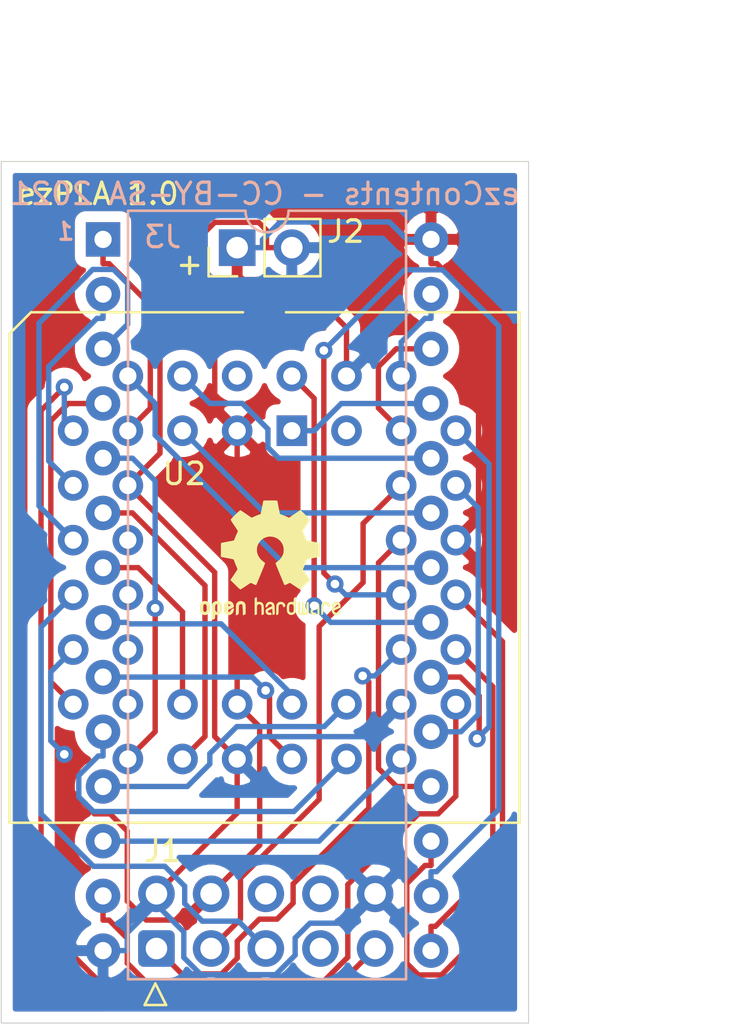
<source format=kicad_pcb>
(kicad_pcb (version 20171130) (host pcbnew "(5.1.10)-1")

  (general
    (thickness 1.6)
    (drawings 10)
    (tracks 248)
    (zones 0)
    (modules 5)
    (nets 42)
  )

  (page A4)
  (layers
    (0 F.Cu signal)
    (31 B.Cu signal)
    (32 B.Adhes user hide)
    (33 F.Adhes user hide)
    (34 B.Paste user)
    (35 F.Paste user)
    (36 B.SilkS user)
    (37 F.SilkS user)
    (38 B.Mask user)
    (39 F.Mask user)
    (40 Dwgs.User user)
    (41 Cmts.User user hide)
    (42 Eco1.User user hide)
    (43 Eco2.User user hide)
    (44 Edge.Cuts user)
    (45 Margin user hide)
    (46 B.CrtYd user hide)
    (47 F.CrtYd user hide)
    (48 B.Fab user hide)
    (49 F.Fab user hide)
  )

  (setup
    (last_trace_width 0.25)
    (trace_clearance 0.2)
    (zone_clearance 0.508)
    (zone_45_only no)
    (trace_min 0.2)
    (via_size 0.8)
    (via_drill 0.4)
    (via_min_size 0.4)
    (via_min_drill 0.3)
    (uvia_size 0.3)
    (uvia_drill 0.1)
    (uvias_allowed no)
    (uvia_min_size 0.2)
    (uvia_min_drill 0.1)
    (edge_width 0.05)
    (segment_width 0.2)
    (pcb_text_width 0.3)
    (pcb_text_size 1.5 1.5)
    (mod_edge_width 0.12)
    (mod_text_size 1 1)
    (mod_text_width 0.15)
    (pad_size 1.524 1.524)
    (pad_drill 0.762)
    (pad_to_mask_clearance 0)
    (aux_axis_origin 0 0)
    (visible_elements 7FFFFFFF)
    (pcbplotparams
      (layerselection 0x010fc_ffffffff)
      (usegerberextensions true)
      (usegerberattributes false)
      (usegerberadvancedattributes false)
      (creategerberjobfile false)
      (excludeedgelayer true)
      (linewidth 0.100000)
      (plotframeref false)
      (viasonmask false)
      (mode 1)
      (useauxorigin false)
      (hpglpennumber 1)
      (hpglpenspeed 20)
      (hpglpendiameter 15.000000)
      (psnegative false)
      (psa4output false)
      (plotreference true)
      (plotvalue true)
      (plotinvisibletext false)
      (padsonsilk false)
      (subtractmaskfromsilk false)
      (outputformat 1)
      (mirror false)
      (drillshape 0)
      (scaleselection 1)
      (outputdirectory "gerbers/"))
  )

  (net 0 "")
  (net 1 "Net-(J1-Pad8)")
  (net 2 "Net-(J1-Pad6)")
  (net 3 "Net-(J1-Pad7)")
  (net 4 "Net-(U2-Pad19)")
  (net 5 "Net-(U2-Pad16)")
  (net 6 "Net-(U2-Pad14)")
  (net 7 "Net-(U2-Pad12)")
  (net 8 "Net-(U2-Pad2)")
  (net 9 "Net-(U2-Pad43)")
  (net 10 GND)
  (net 11 VCC)
  (net 12 TDI)
  (net 13 TMS)
  (net 14 TDO)
  (net 15 TCK)
  (net 16 A12)
  (net 17 GRW)
  (net 18 BA)
  (net 19 IO)
  (net 20 AEC)
  (net 21 ROML)
  (net 22 RW)
  (net 23 ROMH)
  (net 24 EXROM)
  (net 25 CAS)
  (net 26 GAME)
  (net 27 LORAM)
  (net 28 VA13)
  (net 29 HIRAM)
  (net 30 VA12)
  (net 31 CHAREN)
  (net 32 OE)
  (net 33 VA14)
  (net 34 CASRAM)
  (net 35 A15)
  (net 36 BASIC)
  (net 37 A14)
  (net 38 KERNAL)
  (net 39 A13)
  (net 40 CHAROM)
  (net 41 NC1)

  (net_class Default "This is the default net class."
    (clearance 0.2)
    (trace_width 0.25)
    (via_dia 0.8)
    (via_drill 0.4)
    (uvia_dia 0.3)
    (uvia_drill 0.1)
    (add_net A12)
    (add_net A13)
    (add_net A14)
    (add_net A15)
    (add_net AEC)
    (add_net BA)
    (add_net BASIC)
    (add_net CAS)
    (add_net CASRAM)
    (add_net CHAREN)
    (add_net CHAROM)
    (add_net EXROM)
    (add_net GAME)
    (add_net GND)
    (add_net GRW)
    (add_net HIRAM)
    (add_net IO)
    (add_net KERNAL)
    (add_net LORAM)
    (add_net NC1)
    (add_net "Net-(J1-Pad6)")
    (add_net "Net-(J1-Pad7)")
    (add_net "Net-(J1-Pad8)")
    (add_net "Net-(U2-Pad12)")
    (add_net "Net-(U2-Pad14)")
    (add_net "Net-(U2-Pad16)")
    (add_net "Net-(U2-Pad19)")
    (add_net "Net-(U2-Pad2)")
    (add_net "Net-(U2-Pad43)")
    (add_net OE)
    (add_net ROMH)
    (add_net ROML)
    (add_net RW)
    (add_net TCK)
    (add_net TDI)
    (add_net TDO)
    (add_net TMS)
    (add_net VA12)
    (add_net VA13)
    (add_net VA14)
    (add_net VCC)
  )

  (module Symbol:OSHW-Logo2_7.3x6mm_SilkScreen (layer F.Cu) (tedit 0) (tstamp 6101D8A0)
    (at 148 117.5)
    (descr "Open Source Hardware Symbol")
    (tags "Logo Symbol OSHW")
    (attr virtual)
    (fp_text reference REF** (at 0 0) (layer F.SilkS) hide
      (effects (font (size 1 1) (thickness 0.15)))
    )
    (fp_text value OSHW-Logo2_7.3x6mm_SilkScreen (at 0.75 0) (layer F.Fab) hide
      (effects (font (size 1 1) (thickness 0.15)))
    )
    (fp_poly (pts (xy -2.400256 1.919918) (xy -2.344799 1.947568) (xy -2.295852 1.99848) (xy -2.282371 2.017338)
      (xy -2.267686 2.042015) (xy -2.258158 2.068816) (xy -2.252707 2.104587) (xy -2.250253 2.156169)
      (xy -2.249714 2.224267) (xy -2.252148 2.317588) (xy -2.260606 2.387657) (xy -2.276826 2.439931)
      (xy -2.302546 2.479869) (xy -2.339503 2.512929) (xy -2.342218 2.514886) (xy -2.37864 2.534908)
      (xy -2.422498 2.544815) (xy -2.478276 2.547257) (xy -2.568952 2.547257) (xy -2.56899 2.635283)
      (xy -2.569834 2.684308) (xy -2.574976 2.713065) (xy -2.588413 2.730311) (xy -2.614142 2.744808)
      (xy -2.620321 2.747769) (xy -2.649236 2.761648) (xy -2.671624 2.770414) (xy -2.688271 2.771171)
      (xy -2.699964 2.761023) (xy -2.70749 2.737073) (xy -2.711634 2.696426) (xy -2.713185 2.636186)
      (xy -2.712929 2.553455) (xy -2.711651 2.445339) (xy -2.711252 2.413) (xy -2.709815 2.301524)
      (xy -2.708528 2.228603) (xy -2.569029 2.228603) (xy -2.568245 2.290499) (xy -2.56476 2.330997)
      (xy -2.556876 2.357708) (xy -2.542895 2.378244) (xy -2.533403 2.38826) (xy -2.494596 2.417567)
      (xy -2.460237 2.419952) (xy -2.424784 2.39575) (xy -2.423886 2.394857) (xy -2.409461 2.376153)
      (xy -2.400687 2.350732) (xy -2.396261 2.311584) (xy -2.394882 2.251697) (xy -2.394857 2.23843)
      (xy -2.398188 2.155901) (xy -2.409031 2.098691) (xy -2.42866 2.063766) (xy -2.45835 2.048094)
      (xy -2.475509 2.046514) (xy -2.516234 2.053926) (xy -2.544168 2.07833) (xy -2.560983 2.12298)
      (xy -2.56835 2.19113) (xy -2.569029 2.228603) (xy -2.708528 2.228603) (xy -2.708292 2.215245)
      (xy -2.706323 2.150333) (xy -2.70355 2.102958) (xy -2.699612 2.06929) (xy -2.694151 2.045498)
      (xy -2.686808 2.027753) (xy -2.677223 2.012224) (xy -2.673113 2.006381) (xy -2.618595 1.951185)
      (xy -2.549664 1.91989) (xy -2.469928 1.911165) (xy -2.400256 1.919918)) (layer F.SilkS) (width 0.01))
    (fp_poly (pts (xy -1.283907 1.92778) (xy -1.237328 1.954723) (xy -1.204943 1.981466) (xy -1.181258 2.009484)
      (xy -1.164941 2.043748) (xy -1.154661 2.089227) (xy -1.149086 2.150892) (xy -1.146884 2.233711)
      (xy -1.146629 2.293246) (xy -1.146629 2.512391) (xy -1.208314 2.540044) (xy -1.27 2.567697)
      (xy -1.277257 2.32767) (xy -1.280256 2.238028) (xy -1.283402 2.172962) (xy -1.287299 2.128026)
      (xy -1.292553 2.09877) (xy -1.299769 2.080748) (xy -1.30955 2.069511) (xy -1.312688 2.067079)
      (xy -1.360239 2.048083) (xy -1.408303 2.0556) (xy -1.436914 2.075543) (xy -1.448553 2.089675)
      (xy -1.456609 2.10822) (xy -1.461729 2.136334) (xy -1.464559 2.179173) (xy -1.465744 2.241895)
      (xy -1.465943 2.307261) (xy -1.465982 2.389268) (xy -1.467386 2.447316) (xy -1.472086 2.486465)
      (xy -1.482013 2.51178) (xy -1.499097 2.528323) (xy -1.525268 2.541156) (xy -1.560225 2.554491)
      (xy -1.598404 2.569007) (xy -1.593859 2.311389) (xy -1.592029 2.218519) (xy -1.589888 2.149889)
      (xy -1.586819 2.100711) (xy -1.582206 2.066198) (xy -1.575432 2.041562) (xy -1.565881 2.022016)
      (xy -1.554366 2.00477) (xy -1.49881 1.94968) (xy -1.43102 1.917822) (xy -1.357287 1.910191)
      (xy -1.283907 1.92778)) (layer F.SilkS) (width 0.01))
    (fp_poly (pts (xy -2.958885 1.921962) (xy -2.890855 1.957733) (xy -2.840649 2.015301) (xy -2.822815 2.052312)
      (xy -2.808937 2.107882) (xy -2.801833 2.178096) (xy -2.80116 2.254727) (xy -2.806573 2.329552)
      (xy -2.81773 2.394342) (xy -2.834286 2.440873) (xy -2.839374 2.448887) (xy -2.899645 2.508707)
      (xy -2.971231 2.544535) (xy -3.048908 2.55502) (xy -3.127452 2.53881) (xy -3.149311 2.529092)
      (xy -3.191878 2.499143) (xy -3.229237 2.459433) (xy -3.232768 2.454397) (xy -3.247119 2.430124)
      (xy -3.256606 2.404178) (xy -3.26221 2.370022) (xy -3.264914 2.321119) (xy -3.265701 2.250935)
      (xy -3.265714 2.2352) (xy -3.265678 2.230192) (xy -3.120571 2.230192) (xy -3.119727 2.29643)
      (xy -3.116404 2.340386) (xy -3.109417 2.368779) (xy -3.097584 2.388325) (xy -3.091543 2.394857)
      (xy -3.056814 2.41968) (xy -3.023097 2.418548) (xy -2.989005 2.397016) (xy -2.968671 2.374029)
      (xy -2.956629 2.340478) (xy -2.949866 2.287569) (xy -2.949402 2.281399) (xy -2.948248 2.185513)
      (xy -2.960312 2.114299) (xy -2.98543 2.068194) (xy -3.02344 2.047635) (xy -3.037008 2.046514)
      (xy -3.072636 2.052152) (xy -3.097006 2.071686) (xy -3.111907 2.109042) (xy -3.119125 2.16815)
      (xy -3.120571 2.230192) (xy -3.265678 2.230192) (xy -3.265174 2.160413) (xy -3.262904 2.108159)
      (xy -3.257932 2.071949) (xy -3.249287 2.045299) (xy -3.235995 2.021722) (xy -3.233057 2.017338)
      (xy -3.183687 1.958249) (xy -3.129891 1.923947) (xy -3.064398 1.910331) (xy -3.042158 1.909665)
      (xy -2.958885 1.921962)) (layer F.SilkS) (width 0.01))
    (fp_poly (pts (xy -1.831697 1.931239) (xy -1.774473 1.969735) (xy -1.730251 2.025335) (xy -1.703833 2.096086)
      (xy -1.69849 2.148162) (xy -1.699097 2.169893) (xy -1.704178 2.186531) (xy -1.718145 2.201437)
      (xy -1.745411 2.217973) (xy -1.790388 2.239498) (xy -1.857489 2.269374) (xy -1.857829 2.269524)
      (xy -1.919593 2.297813) (xy -1.970241 2.322933) (xy -2.004596 2.342179) (xy -2.017482 2.352848)
      (xy -2.017486 2.352934) (xy -2.006128 2.376166) (xy -1.979569 2.401774) (xy -1.949077 2.420221)
      (xy -1.93363 2.423886) (xy -1.891485 2.411212) (xy -1.855192 2.379471) (xy -1.837483 2.344572)
      (xy -1.820448 2.318845) (xy -1.787078 2.289546) (xy -1.747851 2.264235) (xy -1.713244 2.250471)
      (xy -1.706007 2.249714) (xy -1.697861 2.26216) (xy -1.69737 2.293972) (xy -1.703357 2.336866)
      (xy -1.714643 2.382558) (xy -1.73005 2.422761) (xy -1.730829 2.424322) (xy -1.777196 2.489062)
      (xy -1.837289 2.533097) (xy -1.905535 2.554711) (xy -1.976362 2.552185) (xy -2.044196 2.523804)
      (xy -2.047212 2.521808) (xy -2.100573 2.473448) (xy -2.13566 2.410352) (xy -2.155078 2.327387)
      (xy -2.157684 2.304078) (xy -2.162299 2.194055) (xy -2.156767 2.142748) (xy -2.017486 2.142748)
      (xy -2.015676 2.174753) (xy -2.005778 2.184093) (xy -1.981102 2.177105) (xy -1.942205 2.160587)
      (xy -1.898725 2.139881) (xy -1.897644 2.139333) (xy -1.860791 2.119949) (xy -1.846 2.107013)
      (xy -1.849647 2.093451) (xy -1.865005 2.075632) (xy -1.904077 2.049845) (xy -1.946154 2.04795)
      (xy -1.983897 2.066717) (xy -2.009966 2.102915) (xy -2.017486 2.142748) (xy -2.156767 2.142748)
      (xy -2.152806 2.106027) (xy -2.12845 2.036212) (xy -2.094544 1.987302) (xy -2.033347 1.937878)
      (xy -1.965937 1.913359) (xy -1.89712 1.911797) (xy -1.831697 1.931239)) (layer F.SilkS) (width 0.01))
    (fp_poly (pts (xy -0.624114 1.851289) (xy -0.619861 1.910613) (xy -0.614975 1.945572) (xy -0.608205 1.96082)
      (xy -0.598298 1.961015) (xy -0.595086 1.959195) (xy -0.552356 1.946015) (xy -0.496773 1.946785)
      (xy -0.440263 1.960333) (xy -0.404918 1.977861) (xy -0.368679 2.005861) (xy -0.342187 2.037549)
      (xy -0.324001 2.077813) (xy -0.312678 2.131543) (xy -0.306778 2.203626) (xy -0.304857 2.298951)
      (xy -0.304823 2.317237) (xy -0.3048 2.522646) (xy -0.350509 2.53858) (xy -0.382973 2.54942)
      (xy -0.400785 2.554468) (xy -0.401309 2.554514) (xy -0.403063 2.540828) (xy -0.404556 2.503076)
      (xy -0.405674 2.446224) (xy -0.406303 2.375234) (xy -0.4064 2.332073) (xy -0.406602 2.246973)
      (xy -0.407642 2.185981) (xy -0.410169 2.144177) (xy -0.414836 2.116642) (xy -0.422293 2.098456)
      (xy -0.433189 2.084698) (xy -0.439993 2.078073) (xy -0.486728 2.051375) (xy -0.537728 2.049375)
      (xy -0.583999 2.071955) (xy -0.592556 2.080107) (xy -0.605107 2.095436) (xy -0.613812 2.113618)
      (xy -0.619369 2.139909) (xy -0.622474 2.179562) (xy -0.623824 2.237832) (xy -0.624114 2.318173)
      (xy -0.624114 2.522646) (xy -0.669823 2.53858) (xy -0.702287 2.54942) (xy -0.720099 2.554468)
      (xy -0.720623 2.554514) (xy -0.721963 2.540623) (xy -0.723172 2.501439) (xy -0.724199 2.4407)
      (xy -0.724998 2.362141) (xy -0.725519 2.269498) (xy -0.725714 2.166509) (xy -0.725714 1.769342)
      (xy -0.678543 1.749444) (xy -0.631371 1.729547) (xy -0.624114 1.851289)) (layer F.SilkS) (width 0.01))
    (fp_poly (pts (xy 0.039744 1.950968) (xy 0.096616 1.972087) (xy 0.097267 1.972493) (xy 0.13244 1.99838)
      (xy 0.158407 2.028633) (xy 0.17667 2.068058) (xy 0.188732 2.121462) (xy 0.196096 2.193651)
      (xy 0.200264 2.289432) (xy 0.200629 2.303078) (xy 0.205876 2.508842) (xy 0.161716 2.531678)
      (xy 0.129763 2.54711) (xy 0.11047 2.554423) (xy 0.109578 2.554514) (xy 0.106239 2.541022)
      (xy 0.103587 2.504626) (xy 0.101956 2.451452) (xy 0.1016 2.408393) (xy 0.101592 2.338641)
      (xy 0.098403 2.294837) (xy 0.087288 2.273944) (xy 0.063501 2.272925) (xy 0.022296 2.288741)
      (xy -0.039914 2.317815) (xy -0.085659 2.341963) (xy -0.109187 2.362913) (xy -0.116104 2.385747)
      (xy -0.116114 2.386877) (xy -0.104701 2.426212) (xy -0.070908 2.447462) (xy -0.019191 2.450539)
      (xy 0.018061 2.450006) (xy 0.037703 2.460735) (xy 0.049952 2.486505) (xy 0.057002 2.519337)
      (xy 0.046842 2.537966) (xy 0.043017 2.540632) (xy 0.007001 2.55134) (xy -0.043434 2.552856)
      (xy -0.095374 2.545759) (xy -0.132178 2.532788) (xy -0.183062 2.489585) (xy -0.211986 2.429446)
      (xy -0.217714 2.382462) (xy -0.213343 2.340082) (xy -0.197525 2.305488) (xy -0.166203 2.274763)
      (xy -0.115322 2.24399) (xy -0.040824 2.209252) (xy -0.036286 2.207288) (xy 0.030821 2.176287)
      (xy 0.072232 2.150862) (xy 0.089981 2.128014) (xy 0.086107 2.104745) (xy 0.062643 2.078056)
      (xy 0.055627 2.071914) (xy 0.00863 2.0481) (xy -0.040067 2.049103) (xy -0.082478 2.072451)
      (xy -0.110616 2.115675) (xy -0.113231 2.12416) (xy -0.138692 2.165308) (xy -0.170999 2.185128)
      (xy -0.217714 2.20477) (xy -0.217714 2.15395) (xy -0.203504 2.080082) (xy -0.161325 2.012327)
      (xy -0.139376 1.989661) (xy -0.089483 1.960569) (xy -0.026033 1.9474) (xy 0.039744 1.950968)) (layer F.SilkS) (width 0.01))
    (fp_poly (pts (xy 0.529926 1.949755) (xy 0.595858 1.974084) (xy 0.649273 2.017117) (xy 0.670164 2.047409)
      (xy 0.692939 2.102994) (xy 0.692466 2.143186) (xy 0.668562 2.170217) (xy 0.659717 2.174813)
      (xy 0.62153 2.189144) (xy 0.602028 2.185472) (xy 0.595422 2.161407) (xy 0.595086 2.148114)
      (xy 0.582992 2.09921) (xy 0.551471 2.064999) (xy 0.507659 2.048476) (xy 0.458695 2.052634)
      (xy 0.418894 2.074227) (xy 0.40545 2.086544) (xy 0.395921 2.101487) (xy 0.389485 2.124075)
      (xy 0.385317 2.159328) (xy 0.382597 2.212266) (xy 0.380502 2.287907) (xy 0.37996 2.311857)
      (xy 0.377981 2.39379) (xy 0.375731 2.451455) (xy 0.372357 2.489608) (xy 0.367006 2.513004)
      (xy 0.358824 2.526398) (xy 0.346959 2.534545) (xy 0.339362 2.538144) (xy 0.307102 2.550452)
      (xy 0.288111 2.554514) (xy 0.281836 2.540948) (xy 0.278006 2.499934) (xy 0.2766 2.430999)
      (xy 0.277598 2.333669) (xy 0.277908 2.318657) (xy 0.280101 2.229859) (xy 0.282693 2.165019)
      (xy 0.286382 2.119067) (xy 0.291864 2.086935) (xy 0.299835 2.063553) (xy 0.310993 2.043852)
      (xy 0.31683 2.03541) (xy 0.350296 1.998057) (xy 0.387727 1.969003) (xy 0.392309 1.966467)
      (xy 0.459426 1.946443) (xy 0.529926 1.949755)) (layer F.SilkS) (width 0.01))
    (fp_poly (pts (xy 1.190117 2.065358) (xy 1.189933 2.173837) (xy 1.189219 2.257287) (xy 1.187675 2.319704)
      (xy 1.185001 2.365085) (xy 1.180894 2.397429) (xy 1.175055 2.420733) (xy 1.167182 2.438995)
      (xy 1.161221 2.449418) (xy 1.111855 2.505945) (xy 1.049264 2.541377) (xy 0.980013 2.55409)
      (xy 0.910668 2.542463) (xy 0.869375 2.521568) (xy 0.826025 2.485422) (xy 0.796481 2.441276)
      (xy 0.778655 2.383462) (xy 0.770463 2.306313) (xy 0.769302 2.249714) (xy 0.769458 2.245647)
      (xy 0.870857 2.245647) (xy 0.871476 2.31055) (xy 0.874314 2.353514) (xy 0.88084 2.381622)
      (xy 0.892523 2.401953) (xy 0.906483 2.417288) (xy 0.953365 2.44689) (xy 1.003701 2.449419)
      (xy 1.051276 2.424705) (xy 1.054979 2.421356) (xy 1.070783 2.403935) (xy 1.080693 2.383209)
      (xy 1.086058 2.352362) (xy 1.088228 2.304577) (xy 1.088571 2.251748) (xy 1.087827 2.185381)
      (xy 1.084748 2.141106) (xy 1.078061 2.112009) (xy 1.066496 2.091173) (xy 1.057013 2.080107)
      (xy 1.01296 2.052198) (xy 0.962224 2.048843) (xy 0.913796 2.070159) (xy 0.90445 2.078073)
      (xy 0.88854 2.095647) (xy 0.87861 2.116587) (xy 0.873278 2.147782) (xy 0.871163 2.196122)
      (xy 0.870857 2.245647) (xy 0.769458 2.245647) (xy 0.77281 2.158568) (xy 0.784726 2.090086)
      (xy 0.807135 2.0386) (xy 0.842124 1.998443) (xy 0.869375 1.977861) (xy 0.918907 1.955625)
      (xy 0.976316 1.945304) (xy 1.029682 1.948067) (xy 1.059543 1.959212) (xy 1.071261 1.962383)
      (xy 1.079037 1.950557) (xy 1.084465 1.918866) (xy 1.088571 1.870593) (xy 1.093067 1.816829)
      (xy 1.099313 1.784482) (xy 1.110676 1.765985) (xy 1.130528 1.75377) (xy 1.143 1.748362)
      (xy 1.190171 1.728601) (xy 1.190117 2.065358)) (layer F.SilkS) (width 0.01))
    (fp_poly (pts (xy 1.779833 1.958663) (xy 1.782048 1.99685) (xy 1.783784 2.054886) (xy 1.784899 2.12818)
      (xy 1.785257 2.205055) (xy 1.785257 2.465196) (xy 1.739326 2.511127) (xy 1.707675 2.539429)
      (xy 1.67989 2.550893) (xy 1.641915 2.550168) (xy 1.62684 2.548321) (xy 1.579726 2.542948)
      (xy 1.540756 2.539869) (xy 1.531257 2.539585) (xy 1.499233 2.541445) (xy 1.453432 2.546114)
      (xy 1.435674 2.548321) (xy 1.392057 2.551735) (xy 1.362745 2.54432) (xy 1.33368 2.521427)
      (xy 1.323188 2.511127) (xy 1.277257 2.465196) (xy 1.277257 1.978602) (xy 1.314226 1.961758)
      (xy 1.346059 1.949282) (xy 1.364683 1.944914) (xy 1.369458 1.958718) (xy 1.373921 1.997286)
      (xy 1.377775 2.056356) (xy 1.380722 2.131663) (xy 1.382143 2.195286) (xy 1.386114 2.445657)
      (xy 1.420759 2.450556) (xy 1.452268 2.447131) (xy 1.467708 2.436041) (xy 1.472023 2.415308)
      (xy 1.475708 2.371145) (xy 1.478469 2.309146) (xy 1.480012 2.234909) (xy 1.480235 2.196706)
      (xy 1.480457 1.976783) (xy 1.526166 1.960849) (xy 1.558518 1.950015) (xy 1.576115 1.944962)
      (xy 1.576623 1.944914) (xy 1.578388 1.958648) (xy 1.580329 1.99673) (xy 1.582282 2.054482)
      (xy 1.584084 2.127227) (xy 1.585343 2.195286) (xy 1.589314 2.445657) (xy 1.6764 2.445657)
      (xy 1.680396 2.21724) (xy 1.684392 1.988822) (xy 1.726847 1.966868) (xy 1.758192 1.951793)
      (xy 1.776744 1.944951) (xy 1.777279 1.944914) (xy 1.779833 1.958663)) (layer F.SilkS) (width 0.01))
    (fp_poly (pts (xy 2.144876 1.956335) (xy 2.186667 1.975344) (xy 2.219469 1.998378) (xy 2.243503 2.024133)
      (xy 2.260097 2.057358) (xy 2.270577 2.1028) (xy 2.276271 2.165207) (xy 2.278507 2.249327)
      (xy 2.278743 2.304721) (xy 2.278743 2.520826) (xy 2.241774 2.53767) (xy 2.212656 2.549981)
      (xy 2.198231 2.554514) (xy 2.195472 2.541025) (xy 2.193282 2.504653) (xy 2.191942 2.451542)
      (xy 2.191657 2.409372) (xy 2.190434 2.348447) (xy 2.187136 2.300115) (xy 2.182321 2.270518)
      (xy 2.178496 2.264229) (xy 2.152783 2.270652) (xy 2.112418 2.287125) (xy 2.065679 2.309458)
      (xy 2.020845 2.333457) (xy 1.986193 2.35493) (xy 1.970002 2.369685) (xy 1.969938 2.369845)
      (xy 1.97133 2.397152) (xy 1.983818 2.423219) (xy 2.005743 2.444392) (xy 2.037743 2.451474)
      (xy 2.065092 2.450649) (xy 2.103826 2.450042) (xy 2.124158 2.459116) (xy 2.136369 2.483092)
      (xy 2.137909 2.487613) (xy 2.143203 2.521806) (xy 2.129047 2.542568) (xy 2.092148 2.552462)
      (xy 2.052289 2.554292) (xy 1.980562 2.540727) (xy 1.943432 2.521355) (xy 1.897576 2.475845)
      (xy 1.873256 2.419983) (xy 1.871073 2.360957) (xy 1.891629 2.305953) (xy 1.922549 2.271486)
      (xy 1.95342 2.252189) (xy 2.001942 2.227759) (xy 2.058485 2.202985) (xy 2.06791 2.199199)
      (xy 2.130019 2.171791) (xy 2.165822 2.147634) (xy 2.177337 2.123619) (xy 2.16658 2.096635)
      (xy 2.148114 2.075543) (xy 2.104469 2.049572) (xy 2.056446 2.047624) (xy 2.012406 2.067637)
      (xy 1.980709 2.107551) (xy 1.976549 2.117848) (xy 1.952327 2.155724) (xy 1.916965 2.183842)
      (xy 1.872343 2.206917) (xy 1.872343 2.141485) (xy 1.874969 2.101506) (xy 1.88623 2.069997)
      (xy 1.911199 2.036378) (xy 1.935169 2.010484) (xy 1.972441 1.973817) (xy 2.001401 1.954121)
      (xy 2.032505 1.94622) (xy 2.067713 1.944914) (xy 2.144876 1.956335)) (layer F.SilkS) (width 0.01))
    (fp_poly (pts (xy 2.6526 1.958752) (xy 2.669948 1.966334) (xy 2.711356 1.999128) (xy 2.746765 2.046547)
      (xy 2.768664 2.097151) (xy 2.772229 2.122098) (xy 2.760279 2.156927) (xy 2.734067 2.175357)
      (xy 2.705964 2.186516) (xy 2.693095 2.188572) (xy 2.686829 2.173649) (xy 2.674456 2.141175)
      (xy 2.669028 2.126502) (xy 2.63859 2.075744) (xy 2.59452 2.050427) (xy 2.53801 2.051206)
      (xy 2.533825 2.052203) (xy 2.503655 2.066507) (xy 2.481476 2.094393) (xy 2.466327 2.139287)
      (xy 2.45725 2.204615) (xy 2.453286 2.293804) (xy 2.452914 2.341261) (xy 2.45273 2.416071)
      (xy 2.451522 2.467069) (xy 2.448309 2.499471) (xy 2.442109 2.518495) (xy 2.43194 2.529356)
      (xy 2.416819 2.537272) (xy 2.415946 2.53767) (xy 2.386828 2.549981) (xy 2.372403 2.554514)
      (xy 2.370186 2.540809) (xy 2.368289 2.502925) (xy 2.366847 2.445715) (xy 2.365998 2.374027)
      (xy 2.365829 2.321565) (xy 2.366692 2.220047) (xy 2.37007 2.143032) (xy 2.377142 2.086023)
      (xy 2.389088 2.044526) (xy 2.40709 2.014043) (xy 2.432327 1.99008) (xy 2.457247 1.973355)
      (xy 2.517171 1.951097) (xy 2.586911 1.946076) (xy 2.6526 1.958752)) (layer F.SilkS) (width 0.01))
    (fp_poly (pts (xy 3.153595 1.966966) (xy 3.211021 2.004497) (xy 3.238719 2.038096) (xy 3.260662 2.099064)
      (xy 3.262405 2.147308) (xy 3.258457 2.211816) (xy 3.109686 2.276934) (xy 3.037349 2.310202)
      (xy 2.990084 2.336964) (xy 2.965507 2.360144) (xy 2.961237 2.382667) (xy 2.974889 2.407455)
      (xy 2.989943 2.423886) (xy 3.033746 2.450235) (xy 3.081389 2.452081) (xy 3.125145 2.431546)
      (xy 3.157289 2.390752) (xy 3.163038 2.376347) (xy 3.190576 2.331356) (xy 3.222258 2.312182)
      (xy 3.265714 2.295779) (xy 3.265714 2.357966) (xy 3.261872 2.400283) (xy 3.246823 2.435969)
      (xy 3.21528 2.476943) (xy 3.210592 2.482267) (xy 3.175506 2.51872) (xy 3.145347 2.538283)
      (xy 3.107615 2.547283) (xy 3.076335 2.55023) (xy 3.020385 2.550965) (xy 2.980555 2.54166)
      (xy 2.955708 2.527846) (xy 2.916656 2.497467) (xy 2.889625 2.464613) (xy 2.872517 2.423294)
      (xy 2.863238 2.367521) (xy 2.859693 2.291305) (xy 2.85941 2.252622) (xy 2.860372 2.206247)
      (xy 2.948007 2.206247) (xy 2.949023 2.231126) (xy 2.951556 2.2352) (xy 2.968274 2.229665)
      (xy 3.004249 2.215017) (xy 3.052331 2.19419) (xy 3.062386 2.189714) (xy 3.123152 2.158814)
      (xy 3.156632 2.131657) (xy 3.16399 2.10622) (xy 3.146391 2.080481) (xy 3.131856 2.069109)
      (xy 3.07941 2.046364) (xy 3.030322 2.050122) (xy 2.989227 2.077884) (xy 2.960758 2.127152)
      (xy 2.951631 2.166257) (xy 2.948007 2.206247) (xy 2.860372 2.206247) (xy 2.861285 2.162249)
      (xy 2.868196 2.095384) (xy 2.881884 2.046695) (xy 2.904096 2.010849) (xy 2.936574 1.982513)
      (xy 2.950733 1.973355) (xy 3.015053 1.949507) (xy 3.085473 1.948006) (xy 3.153595 1.966966)) (layer F.SilkS) (width 0.01))
    (fp_poly (pts (xy 0.10391 -2.757652) (xy 0.182454 -2.757222) (xy 0.239298 -2.756058) (xy 0.278105 -2.753793)
      (xy 0.302538 -2.75006) (xy 0.316262 -2.744494) (xy 0.32294 -2.736727) (xy 0.326236 -2.726395)
      (xy 0.326556 -2.725057) (xy 0.331562 -2.700921) (xy 0.340829 -2.653299) (xy 0.353392 -2.587259)
      (xy 0.368287 -2.507872) (xy 0.384551 -2.420204) (xy 0.385119 -2.417125) (xy 0.40141 -2.331211)
      (xy 0.416652 -2.255304) (xy 0.429861 -2.193955) (xy 0.440054 -2.151718) (xy 0.446248 -2.133145)
      (xy 0.446543 -2.132816) (xy 0.464788 -2.123747) (xy 0.502405 -2.108633) (xy 0.551271 -2.090738)
      (xy 0.551543 -2.090642) (xy 0.613093 -2.067507) (xy 0.685657 -2.038035) (xy 0.754057 -2.008403)
      (xy 0.757294 -2.006938) (xy 0.868702 -1.956374) (xy 1.115399 -2.12484) (xy 1.191077 -2.176197)
      (xy 1.259631 -2.222111) (xy 1.317088 -2.25997) (xy 1.359476 -2.287163) (xy 1.382825 -2.301079)
      (xy 1.385042 -2.302111) (xy 1.40201 -2.297516) (xy 1.433701 -2.275345) (xy 1.481352 -2.234553)
      (xy 1.546198 -2.174095) (xy 1.612397 -2.109773) (xy 1.676214 -2.046388) (xy 1.733329 -1.988549)
      (xy 1.780305 -1.939825) (xy 1.813703 -1.90379) (xy 1.830085 -1.884016) (xy 1.830694 -1.882998)
      (xy 1.832505 -1.869428) (xy 1.825683 -1.847267) (xy 1.80854 -1.813522) (xy 1.779393 -1.7652)
      (xy 1.736555 -1.699308) (xy 1.679448 -1.614483) (xy 1.628766 -1.539823) (xy 1.583461 -1.47286)
      (xy 1.54615 -1.417484) (xy 1.519452 -1.37758) (xy 1.505985 -1.357038) (xy 1.505137 -1.355644)
      (xy 1.506781 -1.335962) (xy 1.519245 -1.297707) (xy 1.540048 -1.248111) (xy 1.547462 -1.232272)
      (xy 1.579814 -1.16171) (xy 1.614328 -1.081647) (xy 1.642365 -1.012371) (xy 1.662568 -0.960955)
      (xy 1.678615 -0.921881) (xy 1.687888 -0.901459) (xy 1.689041 -0.899886) (xy 1.706096 -0.897279)
      (xy 1.746298 -0.890137) (xy 1.804302 -0.879477) (xy 1.874763 -0.866315) (xy 1.952335 -0.851667)
      (xy 2.031672 -0.836551) (xy 2.107431 -0.821982) (xy 2.174264 -0.808978) (xy 2.226828 -0.798555)
      (xy 2.259776 -0.79173) (xy 2.267857 -0.789801) (xy 2.276205 -0.785038) (xy 2.282506 -0.774282)
      (xy 2.287045 -0.753902) (xy 2.290104 -0.720266) (xy 2.291967 -0.669745) (xy 2.292918 -0.598708)
      (xy 2.29324 -0.503524) (xy 2.293257 -0.464508) (xy 2.293257 -0.147201) (xy 2.217057 -0.132161)
      (xy 2.174663 -0.124005) (xy 2.1114 -0.112101) (xy 2.034962 -0.097884) (xy 1.953043 -0.08279)
      (xy 1.9304 -0.078645) (xy 1.854806 -0.063947) (xy 1.788953 -0.049495) (xy 1.738366 -0.036625)
      (xy 1.708574 -0.026678) (xy 1.703612 -0.023713) (xy 1.691426 -0.002717) (xy 1.673953 0.037967)
      (xy 1.654577 0.090322) (xy 1.650734 0.1016) (xy 1.625339 0.171523) (xy 1.593817 0.250418)
      (xy 1.562969 0.321266) (xy 1.562817 0.321595) (xy 1.511447 0.432733) (xy 1.680399 0.681253)
      (xy 1.849352 0.929772) (xy 1.632429 1.147058) (xy 1.566819 1.211726) (xy 1.506979 1.268733)
      (xy 1.456267 1.315033) (xy 1.418046 1.347584) (xy 1.395675 1.363343) (xy 1.392466 1.364343)
      (xy 1.373626 1.356469) (xy 1.33518 1.334578) (xy 1.28133 1.301267) (xy 1.216276 1.259131)
      (xy 1.14594 1.211943) (xy 1.074555 1.16381) (xy 1.010908 1.121928) (xy 0.959041 1.088871)
      (xy 0.922995 1.067218) (xy 0.906867 1.059543) (xy 0.887189 1.066037) (xy 0.849875 1.08315)
      (xy 0.802621 1.107326) (xy 0.797612 1.110013) (xy 0.733977 1.141927) (xy 0.690341 1.157579)
      (xy 0.663202 1.157745) (xy 0.649057 1.143204) (xy 0.648975 1.143) (xy 0.641905 1.125779)
      (xy 0.625042 1.084899) (xy 0.599695 1.023525) (xy 0.567171 0.944819) (xy 0.528778 0.851947)
      (xy 0.485822 0.748072) (xy 0.444222 0.647502) (xy 0.398504 0.536516) (xy 0.356526 0.433703)
      (xy 0.319548 0.342215) (xy 0.288827 0.265201) (xy 0.265622 0.205815) (xy 0.25119 0.167209)
      (xy 0.246743 0.1528) (xy 0.257896 0.136272) (xy 0.287069 0.10993) (xy 0.325971 0.080887)
      (xy 0.436757 -0.010961) (xy 0.523351 -0.116241) (xy 0.584716 -0.232734) (xy 0.619815 -0.358224)
      (xy 0.627608 -0.490493) (xy 0.621943 -0.551543) (xy 0.591078 -0.678205) (xy 0.53792 -0.790059)
      (xy 0.465767 -0.885999) (xy 0.377917 -0.964924) (xy 0.277665 -1.02573) (xy 0.16831 -1.067313)
      (xy 0.053147 -1.088572) (xy -0.064525 -1.088401) (xy -0.18141 -1.065699) (xy -0.294211 -1.019362)
      (xy -0.399631 -0.948287) (xy -0.443632 -0.908089) (xy -0.528021 -0.804871) (xy -0.586778 -0.692075)
      (xy -0.620296 -0.57299) (xy -0.628965 -0.450905) (xy -0.613177 -0.329107) (xy -0.573322 -0.210884)
      (xy -0.509793 -0.099525) (xy -0.422979 0.001684) (xy -0.325971 0.080887) (xy -0.285563 0.111162)
      (xy -0.257018 0.137219) (xy -0.246743 0.152825) (xy -0.252123 0.169843) (xy -0.267425 0.2105)
      (xy -0.291388 0.271642) (xy -0.322756 0.350119) (xy -0.360268 0.44278) (xy -0.402667 0.546472)
      (xy -0.444337 0.647526) (xy -0.49031 0.758607) (xy -0.532893 0.861541) (xy -0.570779 0.953165)
      (xy -0.60266 1.030316) (xy -0.627229 1.089831) (xy -0.64318 1.128544) (xy -0.64909 1.143)
      (xy -0.663052 1.157685) (xy -0.69006 1.157642) (xy -0.733587 1.142099) (xy -0.79711 1.110284)
      (xy -0.797612 1.110013) (xy -0.84544 1.085323) (xy -0.884103 1.067338) (xy -0.905905 1.059614)
      (xy -0.906867 1.059543) (xy -0.923279 1.067378) (xy -0.959513 1.089165) (xy -1.011526 1.122328)
      (xy -1.075275 1.164291) (xy -1.14594 1.211943) (xy -1.217884 1.260191) (xy -1.282726 1.302151)
      (xy -1.336265 1.335227) (xy -1.374303 1.356821) (xy -1.392467 1.364343) (xy -1.409192 1.354457)
      (xy -1.44282 1.326826) (xy -1.48999 1.284495) (xy -1.547342 1.230505) (xy -1.611516 1.167899)
      (xy -1.632503 1.146983) (xy -1.849501 0.929623) (xy -1.684332 0.68722) (xy -1.634136 0.612781)
      (xy -1.590081 0.545972) (xy -1.554638 0.490665) (xy -1.530281 0.450729) (xy -1.519478 0.430036)
      (xy -1.519162 0.428563) (xy -1.524857 0.409058) (xy -1.540174 0.369822) (xy -1.562463 0.31743)
      (xy -1.578107 0.282355) (xy -1.607359 0.215201) (xy -1.634906 0.147358) (xy -1.656263 0.090034)
      (xy -1.662065 0.072572) (xy -1.678548 0.025938) (xy -1.69466 -0.010095) (xy -1.70351 -0.023713)
      (xy -1.72304 -0.032048) (xy -1.765666 -0.043863) (xy -1.825855 -0.057819) (xy -1.898078 -0.072578)
      (xy -1.9304 -0.078645) (xy -2.012478 -0.093727) (xy -2.091205 -0.108331) (xy -2.158891 -0.12102)
      (xy -2.20784 -0.130358) (xy -2.217057 -0.132161) (xy -2.293257 -0.147201) (xy -2.293257 -0.464508)
      (xy -2.293086 -0.568846) (xy -2.292384 -0.647787) (xy -2.290866 -0.704962) (xy -2.288251 -0.744001)
      (xy -2.284254 -0.768535) (xy -2.278591 -0.782195) (xy -2.27098 -0.788611) (xy -2.267857 -0.789801)
      (xy -2.249022 -0.79402) (xy -2.207412 -0.802438) (xy -2.14837 -0.814039) (xy -2.077243 -0.827805)
      (xy -1.999375 -0.84272) (xy -1.920113 -0.857768) (xy -1.844802 -0.871931) (xy -1.778787 -0.884194)
      (xy -1.727413 -0.893539) (xy -1.696025 -0.89895) (xy -1.689041 -0.899886) (xy -1.682715 -0.912404)
      (xy -1.66871 -0.945754) (xy -1.649645 -0.993623) (xy -1.642366 -1.012371) (xy -1.613004 -1.084805)
      (xy -1.578429 -1.16483) (xy -1.547463 -1.232272) (xy -1.524677 -1.283841) (xy -1.509518 -1.326215)
      (xy -1.504458 -1.352166) (xy -1.505264 -1.355644) (xy -1.515959 -1.372064) (xy -1.54038 -1.408583)
      (xy -1.575905 -1.461313) (xy -1.619913 -1.526365) (xy -1.669783 -1.599849) (xy -1.679644 -1.614355)
      (xy -1.737508 -1.700296) (xy -1.780044 -1.765739) (xy -1.808946 -1.813696) (xy -1.82591 -1.84718)
      (xy -1.832633 -1.869205) (xy -1.83081 -1.882783) (xy -1.830764 -1.882869) (xy -1.816414 -1.900703)
      (xy -1.784677 -1.935183) (xy -1.73899 -1.982732) (xy -1.682796 -2.039778) (xy -1.619532 -2.102745)
      (xy -1.612398 -2.109773) (xy -1.53267 -2.18698) (xy -1.471143 -2.24367) (xy -1.426579 -2.28089)
      (xy -1.397743 -2.299685) (xy -1.385042 -2.302111) (xy -1.366506 -2.291529) (xy -1.328039 -2.267084)
      (xy -1.273614 -2.231388) (xy -1.207202 -2.187053) (xy -1.132775 -2.136689) (xy -1.115399 -2.12484)
      (xy -0.868703 -1.956374) (xy -0.757294 -2.006938) (xy -0.689543 -2.036405) (xy -0.616817 -2.066041)
      (xy -0.554297 -2.08967) (xy -0.551543 -2.090642) (xy -0.50264 -2.108543) (xy -0.464943 -2.12368)
      (xy -0.446575 -2.13279) (xy -0.446544 -2.132816) (xy -0.440715 -2.149283) (xy -0.430808 -2.189781)
      (xy -0.417805 -2.249758) (xy -0.402691 -2.32466) (xy -0.386448 -2.409936) (xy -0.385119 -2.417125)
      (xy -0.368825 -2.504986) (xy -0.353867 -2.58474) (xy -0.341209 -2.651319) (xy -0.331814 -2.699653)
      (xy -0.326646 -2.724675) (xy -0.326556 -2.725057) (xy -0.323411 -2.735701) (xy -0.317296 -2.743738)
      (xy -0.304547 -2.749533) (xy -0.2815 -2.753453) (xy -0.244491 -2.755865) (xy -0.189856 -2.757135)
      (xy -0.113933 -2.757629) (xy -0.013056 -2.757714) (xy 0 -2.757714) (xy 0.10391 -2.757652)) (layer F.SilkS) (width 0.01))
  )

  (module C64_PLA:IDC-Header_2x05_P2.54mm_Custom (layer F.Cu) (tedit 6101A171) (tstamp 6101BAB4)
    (at 142.71 135.54 90)
    (descr "Through hole IDC box header, 2x05, 2.54mm pitch, DIN 41651 / IEC 60603-13, double rows, https://docs.google.com/spreadsheets/d/16SsEcesNF15N3Lb4niX7dcUr-NY5_MFPQhobNuNppn4/edit#gid=0")
    (tags "Through hole vertical IDC box header THT 2x05 2.54mm double row")
    (path /6101EA6B)
    (fp_text reference J1 (at 4.54 0.29 180) (layer F.SilkS)
      (effects (font (size 1 1) (thickness 0.15)))
    )
    (fp_text value JTAG-10 (at 1.3208 12.5476 90) (layer F.Fab)
      (effects (font (size 1 1) (thickness 0.15)))
    )
    (fp_line (start -2.6226 0.4492) (end -1.6226 -0.0508) (layer F.SilkS) (width 0.12))
    (fp_line (start -2.6226 -0.5508) (end -2.6226 0.4492) (layer F.SilkS) (width 0.12))
    (fp_line (start -1.6226 -0.0508) (end -2.6226 -0.5508) (layer F.SilkS) (width 0.12))
    (fp_text user %R (at 1.27 5.08 180) (layer F.Fab)
      (effects (font (size 1 1) (thickness 0.15)))
    )
    (pad 1 thru_hole roundrect (at 0 0 90) (size 1.7 1.7) (drill 1) (layers *.Cu *.Mask) (roundrect_rratio 0.1470588235294118)
      (net 15 TCK))
    (pad 3 thru_hole circle (at 0 2.54 90) (size 1.7 1.7) (drill 1) (layers *.Cu *.Mask)
      (net 14 TDO))
    (pad 5 thru_hole circle (at 0 5.08 90) (size 1.7 1.7) (drill 1) (layers *.Cu *.Mask)
      (net 13 TMS))
    (pad 7 thru_hole circle (at 0 7.62 90) (size 1.7 1.7) (drill 1) (layers *.Cu *.Mask)
      (net 3 "Net-(J1-Pad7)"))
    (pad 9 thru_hole circle (at 0 10.16 90) (size 1.7 1.7) (drill 1) (layers *.Cu *.Mask)
      (net 12 TDI))
    (pad 2 thru_hole circle (at 2.54 0 90) (size 1.7 1.7) (drill 1) (layers *.Cu *.Mask)
      (net 10 GND))
    (pad 4 thru_hole circle (at 2.54 2.54 90) (size 1.7 1.7) (drill 1) (layers *.Cu *.Mask)
      (net 11 VCC))
    (pad 6 thru_hole circle (at 2.54 5.08 90) (size 1.7 1.7) (drill 1) (layers *.Cu *.Mask)
      (net 2 "Net-(J1-Pad6)"))
    (pad 8 thru_hole circle (at 2.54 7.62 90) (size 1.7 1.7) (drill 1) (layers *.Cu *.Mask)
      (net 1 "Net-(J1-Pad8)"))
    (pad 10 thru_hole circle (at 2.54 10.16 90) (size 1.7 1.7) (drill 1) (layers *.Cu *.Mask)
      (net 10 GND))
    (model ${KISYS3DMOD}/Connector_IDC.3dshapes/IDC-Header_2x05_P2.54mm_Vertical.wrl
      (at (xyz 0 0 0))
      (scale (xyz 1 1 1))
      (rotate (xyz 0 0 0))
    )
  )

  (module C64_PLA:DIP-28_W15.24mm_mirrored (layer B.Cu) (tedit 6101831A) (tstamp 6101B889)
    (at 148 119 180)
    (descr "28-lead though-hole mounted DIP package, row spacing 15.24 mm (600 mils)")
    (tags "THT DIP DIL PDIP 2.54mm 15.24mm 600mil")
    (path /6115D0F0)
    (fp_text reference J3 (at 5 16.5) (layer B.SilkS)
      (effects (font (size 1 1) (thickness 0.15)) (justify mirror))
    )
    (fp_text value PLA-headers (at 0.1524 -18.967) (layer B.Fab) hide
      (effects (font (size 1 1) (thickness 0.15)) (justify mirror))
    )
    (fp_line (start -8.5276 17.933) (end 8.8224 17.933) (layer B.CrtYd) (width 0.05))
    (fp_line (start -8.5276 -18.167) (end -8.5276 17.933) (layer B.CrtYd) (width 0.05))
    (fp_line (start 8.8224 -18.167) (end -8.5276 -18.167) (layer B.CrtYd) (width 0.05))
    (fp_line (start 8.8224 17.933) (end 8.8224 -18.167) (layer B.CrtYd) (width 0.05))
    (fp_line (start -6.3076 17.713) (end -0.8476 17.713) (layer B.SilkS) (width 0.12))
    (fp_line (start -6.3076 -17.967) (end -6.3076 17.713) (layer B.SilkS) (width 0.12))
    (fp_line (start 6.6124 -17.967) (end -6.3076 -17.967) (layer B.SilkS) (width 0.12))
    (fp_line (start 6.6124 17.713) (end 6.6124 -17.967) (layer B.SilkS) (width 0.12))
    (fp_line (start 1.1524 17.713) (end 6.6124 17.713) (layer B.SilkS) (width 0.12))
    (fp_line (start 7.5174 16.653) (end 6.5174 17.653) (layer B.Fab) (width 0.1))
    (fp_line (start 7.5174 -17.907) (end 7.5174 16.653) (layer B.Fab) (width 0.1))
    (fp_line (start -7.2126 -17.907) (end 7.5174 -17.907) (layer B.Fab) (width 0.1))
    (fp_line (start -7.2126 17.653) (end -7.2126 -17.907) (layer B.Fab) (width 0.1))
    (fp_line (start 6.5174 17.653) (end -7.2126 17.653) (layer B.Fab) (width 0.1))
    (fp_text user %R (at 0.1524 -0.127) (layer B.Fab)
      (effects (font (size 1 1) (thickness 0.15)) (justify mirror))
    )
    (fp_arc (start 0.1524 17.713) (end 1.1524 17.713) (angle -180) (layer B.SilkS) (width 0.12))
    (pad 28 thru_hole oval (at -7.4676 16.383 180) (size 1.6 1.6) (drill 0.8) (layers *.Cu *.Mask)
      (net 11 VCC))
    (pad 14 thru_hole oval (at 7.7724 -16.637 180) (size 1.6 1.6) (drill 0.8) (layers *.Cu *.Mask)
      (net 10 GND))
    (pad 27 thru_hole oval (at -7.4676 13.843 180) (size 1.6 1.6) (drill 0.8) (layers *.Cu *.Mask)
      (net 16 A12))
    (pad 13 thru_hole oval (at 7.7724 -14.097 180) (size 1.6 1.6) (drill 0.8) (layers *.Cu *.Mask)
      (net 17 GRW))
    (pad 26 thru_hole oval (at -7.4676 11.303 180) (size 1.6 1.6) (drill 0.8) (layers *.Cu *.Mask)
      (net 18 BA))
    (pad 12 thru_hole oval (at 7.7724 -11.557 180) (size 1.6 1.6) (drill 0.8) (layers *.Cu *.Mask)
      (net 19 IO))
    (pad 25 thru_hole oval (at -7.4676 8.763 180) (size 1.6 1.6) (drill 0.8) (layers *.Cu *.Mask)
      (net 20 AEC))
    (pad 11 thru_hole oval (at 7.7724 -9.017 180) (size 1.6 1.6) (drill 0.8) (layers *.Cu *.Mask)
      (net 21 ROML))
    (pad 24 thru_hole oval (at -7.4676 6.223 180) (size 1.6 1.6) (drill 0.8) (layers *.Cu *.Mask)
      (net 22 RW))
    (pad 10 thru_hole oval (at 7.7724 -6.477 180) (size 1.6 1.6) (drill 0.8) (layers *.Cu *.Mask)
      (net 23 ROMH))
    (pad 23 thru_hole oval (at -7.4676 3.683 180) (size 1.6 1.6) (drill 0.8) (layers *.Cu *.Mask)
      (net 24 EXROM))
    (pad 9 thru_hole oval (at 7.7724 -3.937 180) (size 1.6 1.6) (drill 0.8) (layers *.Cu *.Mask)
      (net 25 CAS))
    (pad 22 thru_hole oval (at -7.4676 1.143 180) (size 1.6 1.6) (drill 0.8) (layers *.Cu *.Mask)
      (net 26 GAME))
    (pad 8 thru_hole oval (at 7.7724 -1.397 180) (size 1.6 1.6) (drill 0.8) (layers *.Cu *.Mask)
      (net 27 LORAM))
    (pad 21 thru_hole oval (at -7.4676 -1.397 180) (size 1.6 1.6) (drill 0.8) (layers *.Cu *.Mask)
      (net 28 VA13))
    (pad 7 thru_hole oval (at 7.7724 1.143 180) (size 1.6 1.6) (drill 0.8) (layers *.Cu *.Mask)
      (net 29 HIRAM))
    (pad 20 thru_hole oval (at -7.4676 -3.937 180) (size 1.6 1.6) (drill 0.8) (layers *.Cu *.Mask)
      (net 30 VA12))
    (pad 6 thru_hole oval (at 7.7724 3.683 180) (size 1.6 1.6) (drill 0.8) (layers *.Cu *.Mask)
      (net 31 CHAREN))
    (pad 19 thru_hole oval (at -7.4676 -6.477 180) (size 1.6 1.6) (drill 0.8) (layers *.Cu *.Mask)
      (net 32 OE))
    (pad 5 thru_hole oval (at 7.7724 6.223 180) (size 1.6 1.6) (drill 0.8) (layers *.Cu *.Mask)
      (net 33 VA14))
    (pad 18 thru_hole oval (at -7.4676 -9.017 180) (size 1.6 1.6) (drill 0.8) (layers *.Cu *.Mask)
      (net 34 CASRAM))
    (pad 4 thru_hole oval (at 7.7724 8.763 180) (size 1.6 1.6) (drill 0.8) (layers *.Cu *.Mask)
      (net 35 A15))
    (pad 17 thru_hole oval (at -7.4676 -11.557 180) (size 1.6 1.6) (drill 0.8) (layers *.Cu *.Mask)
      (net 36 BASIC))
    (pad 3 thru_hole oval (at 7.7724 11.303 180) (size 1.6 1.6) (drill 0.8) (layers *.Cu *.Mask)
      (net 37 A14))
    (pad 16 thru_hole oval (at -7.4676 -14.097 180) (size 1.6 1.6) (drill 0.8) (layers *.Cu *.Mask)
      (net 38 KERNAL))
    (pad 2 thru_hole oval (at 7.7724 13.843 180) (size 1.6 1.6) (drill 0.8) (layers *.Cu *.Mask)
      (net 39 A13))
    (pad 15 thru_hole oval (at -7.4676 -16.637 180) (size 1.6 1.6) (drill 0.8) (layers *.Cu *.Mask)
      (net 40 CHAROM))
    (pad 1 thru_hole rect (at 7.7724 16.383 180) (size 1.6 1.6) (drill 0.8) (layers *.Cu *.Mask)
      (net 41 NC1))
    (model ${KISYS3DMOD}/Package_DIP.3dshapes/DIP-28_W15.24mm.wrl
      (at (xyz 0 0 0))
      (scale (xyz 1 1 1))
      (rotate (xyz 0 0 0))
    )
  )

  (module Connector_PinHeader_2.54mm:PinHeader_1x02_P2.54mm_Vertical (layer F.Cu) (tedit 59FED5CC) (tstamp 6101D7C3)
    (at 146.46 103 90)
    (descr "Through hole straight pin header, 1x02, 2.54mm pitch, single row")
    (tags "Through hole pin header THT 1x02 2.54mm single row")
    (path /61026478)
    (fp_text reference J2 (at 0.75 5.04 180) (layer F.SilkS)
      (effects (font (size 1 1) (thickness 0.15)))
    )
    (fp_text value Power (at 0 5.25 270) (layer F.Fab)
      (effects (font (size 1 1) (thickness 0.15)))
    )
    (fp_line (start -0.635 -1.27) (end 1.27 -1.27) (layer F.Fab) (width 0.1))
    (fp_line (start 1.27 -1.27) (end 1.27 3.81) (layer F.Fab) (width 0.1))
    (fp_line (start 1.27 3.81) (end -1.27 3.81) (layer F.Fab) (width 0.1))
    (fp_line (start -1.27 3.81) (end -1.27 -0.635) (layer F.Fab) (width 0.1))
    (fp_line (start -1.27 -0.635) (end -0.635 -1.27) (layer F.Fab) (width 0.1))
    (fp_line (start -1.33 3.87) (end 1.33 3.87) (layer F.SilkS) (width 0.12))
    (fp_line (start -1.33 1.27) (end -1.33 3.87) (layer F.SilkS) (width 0.12))
    (fp_line (start 1.33 1.27) (end 1.33 3.87) (layer F.SilkS) (width 0.12))
    (fp_line (start -1.33 1.27) (end 1.33 1.27) (layer F.SilkS) (width 0.12))
    (fp_line (start -1.33 0) (end -1.33 -1.33) (layer F.SilkS) (width 0.12))
    (fp_line (start -1.33 -1.33) (end 0 -1.33) (layer F.SilkS) (width 0.12))
    (fp_line (start -1.8 -1.8) (end -1.8 4.35) (layer F.CrtYd) (width 0.05))
    (fp_line (start -1.8 4.35) (end 1.8 4.35) (layer F.CrtYd) (width 0.05))
    (fp_line (start 1.8 4.35) (end 1.8 -1.8) (layer F.CrtYd) (width 0.05))
    (fp_line (start 1.8 -1.8) (end -1.8 -1.8) (layer F.CrtYd) (width 0.05))
    (fp_text user %R (at 0 1.27) (layer F.Fab)
      (effects (font (size 1 1) (thickness 0.15)))
    )
    (pad 2 thru_hole oval (at 0 2.54 90) (size 1.7 1.7) (drill 1) (layers *.Cu *.Mask)
      (net 10 GND))
    (pad 1 thru_hole rect (at 0 0 90) (size 1.7 1.7) (drill 1) (layers *.Cu *.Mask)
      (net 11 VCC))
    (model ${KISYS3DMOD}/Connector_PinHeader_2.54mm.3dshapes/PinHeader_1x02_P2.54mm_Vertical.wrl
      (at (xyz 0 0 0))
      (scale (xyz 1 1 1))
      (rotate (xyz 0 0 0))
    )
  )

  (module Package_LCC:PLCC-44_THT-Socket (layer F.Cu) (tedit 5A02ECC8) (tstamp 61018662)
    (at 149 111.5)
    (descr "PLCC, 44 pins, through hole")
    (tags "plcc leaded")
    (path /610C28C3)
    (fp_text reference U2 (at -5 2) (layer F.SilkS)
      (effects (font (size 1 1) (thickness 0.15)))
    )
    (fp_text value EPM7032 (at -1 8) (layer F.Fab)
      (effects (font (size 1 1) (thickness 0.15)))
    )
    (fp_line (start -12.02 -5.4) (end -13.02 -4.4) (layer F.Fab) (width 0.1))
    (fp_line (start -13.02 -4.4) (end -13.02 18.1) (layer F.Fab) (width 0.1))
    (fp_line (start -13.02 18.1) (end 10.48 18.1) (layer F.Fab) (width 0.1))
    (fp_line (start 10.48 18.1) (end 10.48 -5.4) (layer F.Fab) (width 0.1))
    (fp_line (start 10.48 -5.4) (end -12.02 -5.4) (layer F.Fab) (width 0.1))
    (fp_line (start -13.52 -5.9) (end -13.52 18.6) (layer F.CrtYd) (width 0.05))
    (fp_line (start -13.52 18.6) (end 10.98 18.6) (layer F.CrtYd) (width 0.05))
    (fp_line (start 10.98 18.6) (end 10.98 -5.9) (layer F.CrtYd) (width 0.05))
    (fp_line (start 10.98 -5.9) (end -13.52 -5.9) (layer F.CrtYd) (width 0.05))
    (fp_line (start -10.48 -2.86) (end -10.48 15.56) (layer F.Fab) (width 0.1))
    (fp_line (start -10.48 15.56) (end 7.94 15.56) (layer F.Fab) (width 0.1))
    (fp_line (start 7.94 15.56) (end 7.94 -2.86) (layer F.Fab) (width 0.1))
    (fp_line (start 7.94 -2.86) (end -10.48 -2.86) (layer F.Fab) (width 0.1))
    (fp_line (start -1.77 -5.4) (end -1.27 -4.4) (layer F.Fab) (width 0.1))
    (fp_line (start -1.27 -4.4) (end -0.77 -5.4) (layer F.Fab) (width 0.1))
    (fp_line (start -2.27 -5.5) (end -12.12 -5.5) (layer F.SilkS) (width 0.12))
    (fp_line (start -12.12 -5.5) (end -13.12 -4.5) (layer F.SilkS) (width 0.12))
    (fp_line (start -13.12 -4.5) (end -13.12 18.2) (layer F.SilkS) (width 0.12))
    (fp_line (start -13.12 18.2) (end 10.58 18.2) (layer F.SilkS) (width 0.12))
    (fp_line (start 10.58 18.2) (end 10.58 -5.5) (layer F.SilkS) (width 0.12))
    (fp_line (start 10.58 -5.5) (end -0.27 -5.5) (layer F.SilkS) (width 0.12))
    (fp_text user %R (at -1.27 6.35) (layer F.Fab)
      (effects (font (size 1 1) (thickness 0.15)))
    )
    (pad 39 thru_hole circle (at 7.62 0) (size 1.4224 1.4224) (drill 0.8) (layers *.Cu *.Mask)
      (net 30 VA12))
    (pad 37 thru_hole circle (at 7.62 2.54) (size 1.4224 1.4224) (drill 0.8) (layers *.Cu *.Mask)
      (net 32 OE))
    (pad 35 thru_hole circle (at 7.62 5.08) (size 1.4224 1.4224) (drill 0.8) (layers *.Cu *.Mask)
      (net 11 VCC))
    (pad 33 thru_hole circle (at 7.62 7.62) (size 1.4224 1.4224) (drill 0.8) (layers *.Cu *.Mask)
      (net 36 BASIC))
    (pad 31 thru_hole circle (at 7.62 10.16) (size 1.4224 1.4224) (drill 0.8) (layers *.Cu *.Mask)
      (net 40 CHAROM))
    (pad 40 thru_hole circle (at 5.08 -2.54) (size 1.4224 1.4224) (drill 0.8) (layers *.Cu *.Mask)
      (net 16 A12))
    (pad 38 thru_hole circle (at 5.08 2.54) (size 1.4224 1.4224) (drill 0.8) (layers *.Cu *.Mask)
      (net 14 TDO))
    (pad 36 thru_hole circle (at 5.08 5.08) (size 1.4224 1.4224) (drill 0.8) (layers *.Cu *.Mask)
      (net 34 CASRAM))
    (pad 34 thru_hole circle (at 5.08 7.62) (size 1.4224 1.4224) (drill 0.8) (layers *.Cu *.Mask)
      (net 38 KERNAL))
    (pad 32 thru_hole circle (at 5.08 10.16) (size 1.4224 1.4224) (drill 0.8) (layers *.Cu *.Mask)
      (net 15 TCK))
    (pad 30 thru_hole circle (at 5.08 12.7) (size 1.4224 1.4224) (drill 0.8) (layers *.Cu *.Mask)
      (net 10 GND))
    (pad 28 thru_hole circle (at 5.08 15.24) (size 1.4224 1.4224) (drill 0.8) (layers *.Cu *.Mask)
      (net 19 IO))
    (pad 26 thru_hole circle (at 2.54 15.24) (size 1.4224 1.4224) (drill 0.8) (layers *.Cu *.Mask)
      (net 23 ROMH))
    (pad 24 thru_hole circle (at 0 15.24) (size 1.4224 1.4224) (drill 0.8) (layers *.Cu *.Mask)
      (net 25 CAS))
    (pad 22 thru_hole circle (at -2.54 15.24) (size 1.4224 1.4224) (drill 0.8) (layers *.Cu *.Mask)
      (net 10 GND))
    (pad 20 thru_hole circle (at -5.08 15.24) (size 1.4224 1.4224) (drill 0.8) (layers *.Cu *.Mask)
      (net 31 CHAREN))
    (pad 18 thru_hole circle (at -7.62 15.24) (size 1.4224 1.4224) (drill 0.8) (layers *.Cu *.Mask)
      (net 33 VA14))
    (pad 29 thru_hole circle (at 7.62 12.7) (size 1.4224 1.4224) (drill 0.8) (layers *.Cu *.Mask)
      (net 17 GRW))
    (pad 27 thru_hole circle (at 2.54 12.7) (size 1.4224 1.4224) (drill 0.8) (layers *.Cu *.Mask)
      (net 21 ROML))
    (pad 25 thru_hole circle (at 0 12.7) (size 1.4224 1.4224) (drill 0.8) (layers *.Cu *.Mask)
      (net 27 LORAM))
    (pad 23 thru_hole circle (at -2.54 12.7) (size 1.4224 1.4224) (drill 0.8) (layers *.Cu *.Mask)
      (net 11 VCC))
    (pad 21 thru_hole circle (at -5.08 12.7) (size 1.4224 1.4224) (drill 0.8) (layers *.Cu *.Mask)
      (net 29 HIRAM))
    (pad 19 thru_hole circle (at -7.62 12.7) (size 1.4224 1.4224) (drill 0.8) (layers *.Cu *.Mask)
      (net 4 "Net-(U2-Pad19)"))
    (pad 17 thru_hole circle (at -10.16 12.7) (size 1.4224 1.4224) (drill 0.8) (layers *.Cu *.Mask)
      (net 35 A15))
    (pad 15 thru_hole circle (at -10.16 10.16) (size 1.4224 1.4224) (drill 0.8) (layers *.Cu *.Mask)
      (net 11 VCC))
    (pad 13 thru_hole circle (at -10.16 7.62) (size 1.4224 1.4224) (drill 0.8) (layers *.Cu *.Mask)
      (net 13 TMS))
    (pad 11 thru_hole circle (at -10.16 5.08) (size 1.4224 1.4224) (drill 0.8) (layers *.Cu *.Mask)
      (net 37 A14))
    (pad 9 thru_hole circle (at -10.16 2.54) (size 1.4224 1.4224) (drill 0.8) (layers *.Cu *.Mask)
      (net 39 A13))
    (pad 7 thru_hole circle (at -10.16 0) (size 1.4224 1.4224) (drill 0.8) (layers *.Cu *.Mask)
      (net 12 TDI))
    (pad 16 thru_hole circle (at -7.62 10.16) (size 1.4224 1.4224) (drill 0.8) (layers *.Cu *.Mask)
      (net 5 "Net-(U2-Pad16)"))
    (pad 14 thru_hole circle (at -7.62 7.62) (size 1.4224 1.4224) (drill 0.8) (layers *.Cu *.Mask)
      (net 6 "Net-(U2-Pad14)"))
    (pad 12 thru_hole circle (at -7.62 5.08) (size 1.4224 1.4224) (drill 0.8) (layers *.Cu *.Mask)
      (net 7 "Net-(U2-Pad12)"))
    (pad 10 thru_hole circle (at -7.62 2.54) (size 1.4224 1.4224) (drill 0.8) (layers *.Cu *.Mask)
      (net 10 GND))
    (pad 8 thru_hole circle (at -7.62 0) (size 1.4224 1.4224) (drill 0.8) (layers *.Cu *.Mask)
      (net 41 NC1))
    (pad 42 thru_hole circle (at 2.54 -2.54) (size 1.4224 1.4224) (drill 0.8) (layers *.Cu *.Mask)
      (net 10 GND))
    (pad 44 thru_hole circle (at 0 -2.54) (size 1.4224 1.4224) (drill 0.8) (layers *.Cu *.Mask)
      (net 28 VA13))
    (pad 6 thru_hole circle (at -7.62 -2.54) (size 1.4224 1.4224) (drill 0.8) (layers *.Cu *.Mask)
      (net 26 GAME))
    (pad 4 thru_hole circle (at -5.08 -2.54) (size 1.4224 1.4224) (drill 0.8) (layers *.Cu *.Mask)
      (net 22 RW))
    (pad 2 thru_hole circle (at -2.54 -2.54) (size 1.4224 1.4224) (drill 0.8) (layers *.Cu *.Mask)
      (net 8 "Net-(U2-Pad2)"))
    (pad 41 thru_hole circle (at 5.08 0) (size 1.4224 1.4224) (drill 0.8) (layers *.Cu *.Mask)
      (net 18 BA))
    (pad 43 thru_hole circle (at 2.54 0) (size 1.4224 1.4224) (drill 0.8) (layers *.Cu *.Mask)
      (net 9 "Net-(U2-Pad43)"))
    (pad 5 thru_hole circle (at -5.08 0) (size 1.4224 1.4224) (drill 0.8) (layers *.Cu *.Mask)
      (net 24 EXROM))
    (pad 3 thru_hole circle (at -2.54 0) (size 1.4224 1.4224) (drill 0.8) (layers *.Cu *.Mask)
      (net 11 VCC))
    (pad 1 thru_hole rect (at 0 0) (size 1.4224 1.4224) (drill 0.8) (layers *.Cu *.Mask)
      (net 20 AEC))
    (model ${KISYS3DMOD}/Package_LCC.3dshapes/PLCC-44_THT-Socket.wrl
      (at (xyz 0 0 0))
      (scale (xyz 1 1 1))
      (rotate (xyz 0 0 0))
    )
  )

  (dimension 24.5 (width 0.12) (layer Dwgs.User)
    (gr_text "24.500 mm" (at 147.75 92.23) (layer Dwgs.User)
      (effects (font (size 1 1) (thickness 0.15)))
    )
    (feature1 (pts (xy 160 96.5) (xy 160 92.913579)))
    (feature2 (pts (xy 135.5 96.5) (xy 135.5 92.913579)))
    (crossbar (pts (xy 135.5 93.5) (xy 160 93.5)))
    (arrow1a (pts (xy 160 93.5) (xy 158.873496 94.086421)))
    (arrow1b (pts (xy 160 93.5) (xy 158.873496 92.913579)))
    (arrow2a (pts (xy 135.5 93.5) (xy 136.626504 94.086421)))
    (arrow2b (pts (xy 135.5 93.5) (xy 136.626504 92.913579)))
  )
  (dimension 40.000781 (width 0.12) (layer Dwgs.User)
    (gr_text "40.001 mm" (at 166.616733 118.97349 -89.6) (layer Dwgs.User)
      (effects (font (size 1 1) (thickness 0.15)))
    )
    (feature1 (pts (xy 162.25 99) (xy 165.808167 98.977761)))
    (feature2 (pts (xy 162.5 139) (xy 166.058167 138.977761)))
    (crossbar (pts (xy 165.471758 138.981427) (xy 165.221758 98.981427)))
    (arrow1a (pts (xy 165.221758 98.981427) (xy 165.815208 100.104244)))
    (arrow1b (pts (xy 165.221758 98.981427) (xy 164.642389 100.111574)))
    (arrow2a (pts (xy 165.471758 138.981427) (xy 166.051127 137.85128)))
    (arrow2b (pts (xy 165.471758 138.981427) (xy 164.878308 137.85861)))
  )
  (gr_text 1 (at 138.5 102.25) (layer B.SilkS)
    (effects (font (size 0.8 0.8) (thickness 0.15) italic) (justify mirror))
  )
  (gr_text "ezContents - CC-BY-SA 2021" (at 147.75 100.5) (layer B.SilkS)
    (effects (font (size 1 1) (thickness 0.15)) (justify mirror))
  )
  (gr_text "ezPLA 1.0" (at 140 100.5) (layer F.SilkS)
    (effects (font (size 1 1) (thickness 0.15)))
  )
  (gr_text + (at 144.25 103.75) (layer F.SilkS)
    (effects (font (size 1 1) (thickness 0.15)))
  )
  (gr_line (start 160 99) (end 135.5 99) (layer Edge.Cuts) (width 0.05) (tstamp 6101B53E))
  (gr_line (start 160 139) (end 160 99) (layer Edge.Cuts) (width 0.05))
  (gr_line (start 135.5 139) (end 160 139) (layer Edge.Cuts) (width 0.05))
  (gr_line (start 135.5 99) (end 135.5 139) (layer Edge.Cuts) (width 0.05) (tstamp 6101C6E3))

  (segment (start 149 103) (end 149 104.1753) (width 0.25) (layer F.Cu) (net 10))
  (segment (start 151.54 108.96) (end 151.54 106.7153) (width 0.25) (layer F.Cu) (net 10))
  (segment (start 151.54 106.7153) (end 149 104.1753) (width 0.25) (layer F.Cu) (net 10))
  (segment (start 141.38 114.04) (end 145.4153 118.0753) (width 0.25) (layer F.Cu) (net 10))
  (segment (start 145.4153 118.0753) (end 145.4153 125.6953) (width 0.25) (layer F.Cu) (net 10))
  (segment (start 145.4153 125.6953) (end 146.46 126.74) (width 0.25) (layer F.Cu) (net 10))
  (segment (start 147.8247 103) (end 147.8247 102.192) (width 0.25) (layer F.Cu) (net 10))
  (segment (start 147.8247 102.192) (end 147.4573 101.8246) (width 0.25) (layer F.Cu) (net 10))
  (segment (start 147.4573 101.8246) (end 145.4175 101.8246) (width 0.25) (layer F.Cu) (net 10))
  (segment (start 145.4175 101.8246) (end 142.8735 104.3686) (width 0.25) (layer F.Cu) (net 10))
  (segment (start 142.8735 104.3686) (end 142.8735 112.5465) (width 0.25) (layer F.Cu) (net 10))
  (segment (start 142.8735 112.5465) (end 141.38 114.04) (width 0.25) (layer F.Cu) (net 10))
  (segment (start 149 103) (end 147.8247 103) (width 0.25) (layer F.Cu) (net 10))
  (segment (start 146.46 126.74) (end 147.4966 125.7034) (width 0.25) (layer B.Cu) (net 10))
  (segment (start 147.4966 125.7034) (end 152.5766 125.7034) (width 0.25) (layer B.Cu) (net 10))
  (segment (start 152.5766 125.7034) (end 154.08 124.2) (width 0.25) (layer B.Cu) (net 10))
  (segment (start 142.6893 133.4795) (end 143.9805 134.7708) (width 0.25) (layer B.Cu) (net 10))
  (segment (start 143.9805 134.7708) (end 143.9805 135.9563) (width 0.25) (layer B.Cu) (net 10))
  (segment (start 143.9805 135.9563) (end 144.7783 136.7541) (width 0.25) (layer B.Cu) (net 10))
  (segment (start 144.7783 136.7541) (end 148.2489 136.7541) (width 0.25) (layer B.Cu) (net 10))
  (segment (start 148.2489 136.7541) (end 149.1546 135.8484) (width 0.25) (layer B.Cu) (net 10))
  (segment (start 149.1546 135.8484) (end 149.1546 135.0506) (width 0.25) (layer B.Cu) (net 10))
  (segment (start 149.1546 135.0506) (end 149.8406 134.3646) (width 0.25) (layer B.Cu) (net 10))
  (segment (start 149.8406 134.3646) (end 151.5054 134.3646) (width 0.25) (layer B.Cu) (net 10))
  (segment (start 151.5054 134.3646) (end 152.87 133) (width 0.25) (layer B.Cu) (net 10))
  (segment (start 142.71 133) (end 142.6892 133.0208) (width 0.25) (layer B.Cu) (net 10))
  (segment (start 142.6892 133.0208) (end 142.6892 133.4795) (width 0.25) (layer B.Cu) (net 10))
  (segment (start 142.6892 133.4795) (end 142.6893 133.4795) (width 0.25) (layer B.Cu) (net 10))
  (segment (start 141.3529 135.637) (end 141.3529 134.8159) (width 0.25) (layer B.Cu) (net 10))
  (segment (start 141.3529 134.8159) (end 142.6893 133.4795) (width 0.25) (layer B.Cu) (net 10))
  (segment (start 140.2276 135.637) (end 141.3529 135.637) (width 0.25) (layer B.Cu) (net 10))
  (segment (start 142.71 133) (end 146.46 129.25) (width 0.25) (layer F.Cu) (net 10))
  (segment (start 146.46 129.25) (end 146.46 126.74) (width 0.25) (layer F.Cu) (net 10))
  (segment (start 138.4268 126.5237) (end 137.8 125.8969) (width 0.25) (layer B.Cu) (net 11))
  (segment (start 137.8 125.8969) (end 137.8 122.7) (width 0.25) (layer B.Cu) (net 11))
  (segment (start 137.8 122.7) (end 138.84 121.66) (width 0.25) (layer B.Cu) (net 11))
  (segment (start 145.25 133) (end 144.0331 134.2169) (width 0.25) (layer F.Cu) (net 11))
  (segment (start 144.0331 134.2169) (end 142.2346 134.2169) (width 0.25) (layer F.Cu) (net 11))
  (segment (start 142.2346 134.2169) (end 141.353 133.3353) (width 0.25) (layer F.Cu) (net 11))
  (segment (start 141.353 133.3353) (end 141.353 130.0849) (width 0.25) (layer F.Cu) (net 11))
  (segment (start 141.353 130.0849) (end 140.5551 129.287) (width 0.25) (layer F.Cu) (net 11))
  (segment (start 140.5551 129.287) (end 139.8287 129.287) (width 0.25) (layer F.Cu) (net 11))
  (segment (start 139.8287 129.287) (end 138.4268 127.8851) (width 0.25) (layer F.Cu) (net 11))
  (segment (start 138.4268 127.8851) (end 138.4268 126.5237) (width 0.25) (layer F.Cu) (net 11))
  (segment (start 146.46 124.2) (end 147.5069 125.2469) (width 0.25) (layer F.Cu) (net 11))
  (segment (start 147.5069 125.2469) (end 147.5069 130.7431) (width 0.25) (layer F.Cu) (net 11))
  (segment (start 147.5069 130.7431) (end 145.25 133) (width 0.25) (layer F.Cu) (net 11))
  (segment (start 146.46 111.5) (end 146.46 124.2) (width 0.25) (layer F.Cu) (net 11))
  (segment (start 146.46 104.1753) (end 145.4182 105.2171) (width 0.25) (layer F.Cu) (net 11))
  (segment (start 145.4182 105.2171) (end 145.4182 110.4582) (width 0.25) (layer F.Cu) (net 11))
  (segment (start 145.4182 110.4582) (end 146.46 111.5) (width 0.25) (layer F.Cu) (net 11))
  (segment (start 155.4676 102.617) (end 155.4676 103.7423) (width 0.25) (layer F.Cu) (net 11))
  (segment (start 155.4676 103.7423) (end 155.7489 103.7423) (width 0.25) (layer F.Cu) (net 11))
  (segment (start 155.7489 103.7423) (end 157.6756 105.669) (width 0.25) (layer F.Cu) (net 11))
  (segment (start 157.6756 105.669) (end 157.6756 115.5244) (width 0.25) (layer F.Cu) (net 11))
  (segment (start 157.6756 115.5244) (end 156.62 116.58) (width 0.25) (layer F.Cu) (net 11))
  (segment (start 155.4676 102.617) (end 154.3423 102.617) (width 0.25) (layer B.Cu) (net 11))
  (segment (start 146.46 103) (end 147.6353 103) (width 0.25) (layer B.Cu) (net 11))
  (segment (start 147.6353 103) (end 147.6353 102.6327) (width 0.25) (layer B.Cu) (net 11))
  (segment (start 147.6353 102.6327) (end 148.4606 101.8074) (width 0.25) (layer B.Cu) (net 11))
  (segment (start 148.4606 101.8074) (end 153.5327 101.8074) (width 0.25) (layer B.Cu) (net 11))
  (segment (start 153.5327 101.8074) (end 154.3423 102.617) (width 0.25) (layer B.Cu) (net 11))
  (segment (start 146.46 103) (end 146.46 104.1753) (width 0.25) (layer F.Cu) (net 11))
  (via (at 138.4268 126.5237) (size 0.8) (layers F.Cu B.Cu) (net 11))
  (segment (start 152.87 135.54) (end 150.7369 137.6731) (width 0.25) (layer F.Cu) (net 12))
  (segment (start 150.7369 137.6731) (end 140.6498 137.6731) (width 0.25) (layer F.Cu) (net 12))
  (segment (start 140.6498 137.6731) (end 137.347 134.3703) (width 0.25) (layer F.Cu) (net 12))
  (segment (start 137.347 134.3703) (end 137.347 110.5598) (width 0.25) (layer F.Cu) (net 12))
  (segment (start 137.347 110.5598) (end 138.4283 109.4785) (width 0.25) (layer F.Cu) (net 12))
  (segment (start 138.84 111.5) (end 138.4283 111.0883) (width 0.25) (layer B.Cu) (net 12))
  (segment (start 138.4283 111.0883) (end 138.4283 109.4785) (width 0.25) (layer B.Cu) (net 12))
  (via (at 138.4283 109.4785) (size 0.8) (layers F.Cu B.Cu) (net 12))
  (segment (start 138.84 119.12) (end 137.3497 120.6103) (width 0.25) (layer B.Cu) (net 13))
  (segment (start 137.3497 120.6103) (end 137.3497 129.2889) (width 0.25) (layer B.Cu) (net 13))
  (segment (start 137.3497 129.2889) (end 139.7833 131.7225) (width 0.25) (layer B.Cu) (net 13))
  (segment (start 139.7833 131.7225) (end 143.0989 131.7225) (width 0.25) (layer B.Cu) (net 13))
  (segment (start 143.0989 131.7225) (end 144.022 132.6456) (width 0.25) (layer B.Cu) (net 13))
  (segment (start 144.022 132.6456) (end 144.022 133.4519) (width 0.25) (layer B.Cu) (net 13))
  (segment (start 144.022 133.4519) (end 144.8401 134.27) (width 0.25) (layer B.Cu) (net 13))
  (segment (start 144.8401 134.27) (end 146.52 134.27) (width 0.25) (layer B.Cu) (net 13))
  (segment (start 146.52 134.27) (end 147.79 135.54) (width 0.25) (layer B.Cu) (net 13))
  (segment (start 154.08 114.04) (end 152.3117 115.8083) (width 0.25) (layer F.Cu) (net 14))
  (segment (start 152.3117 115.8083) (end 152.3117 118.5451) (width 0.25) (layer F.Cu) (net 14))
  (segment (start 152.3117 118.5451) (end 150.27 120.5868) (width 0.25) (layer F.Cu) (net 14))
  (segment (start 150.27 120.5868) (end 150.27 128.6169) (width 0.25) (layer F.Cu) (net 14))
  (segment (start 150.27 128.6169) (end 146.6146 132.2723) (width 0.25) (layer F.Cu) (net 14))
  (segment (start 146.6146 132.2723) (end 146.6146 134.1754) (width 0.25) (layer F.Cu) (net 14))
  (segment (start 146.6146 134.1754) (end 145.25 135.54) (width 0.25) (layer F.Cu) (net 14))
  (segment (start 142.71 135.54) (end 143.8903 136.7203) (width 0.25) (layer F.Cu) (net 15))
  (segment (start 143.8903 136.7203) (end 145.7341 136.7203) (width 0.25) (layer F.Cu) (net 15))
  (segment (start 145.7341 136.7203) (end 146.4645 135.9899) (width 0.25) (layer F.Cu) (net 15))
  (segment (start 146.4645 135.9899) (end 146.4645 135.2012) (width 0.25) (layer F.Cu) (net 15))
  (segment (start 146.4645 135.2012) (end 147.4903 134.1754) (width 0.25) (layer F.Cu) (net 15))
  (segment (start 147.4903 134.1754) (end 148.3156 134.1754) (width 0.25) (layer F.Cu) (net 15))
  (segment (start 148.3156 134.1754) (end 149.06 133.431) (width 0.25) (layer F.Cu) (net 15))
  (segment (start 149.06 133.431) (end 149.06 132.5424) (width 0.25) (layer F.Cu) (net 15))
  (segment (start 149.06 132.5424) (end 152.5766 129.0258) (width 0.25) (layer F.Cu) (net 15))
  (segment (start 152.5766 129.0258) (end 152.5766 123.1654) (width 0.25) (layer F.Cu) (net 15))
  (segment (start 152.5766 123.1654) (end 152.2932 122.882) (width 0.25) (layer F.Cu) (net 15))
  (segment (start 154.08 121.66) (end 152.858 122.882) (width 0.25) (layer B.Cu) (net 15))
  (segment (start 152.858 122.882) (end 152.2932 122.882) (width 0.25) (layer B.Cu) (net 15))
  (via (at 152.2932 122.882) (size 0.8) (layers F.Cu B.Cu) (net 15))
  (segment (start 155.4676 105.157) (end 155.4676 106.2823) (width 0.25) (layer B.Cu) (net 16))
  (segment (start 154.08 108.96) (end 154.08 107.3886) (width 0.25) (layer B.Cu) (net 16))
  (segment (start 154.08 107.3886) (end 155.1863 106.2823) (width 0.25) (layer B.Cu) (net 16))
  (segment (start 155.1863 106.2823) (end 155.4676 106.2823) (width 0.25) (layer B.Cu) (net 16))
  (segment (start 140.2276 133.097) (end 140.2276 134.2223) (width 0.25) (layer F.Cu) (net 17))
  (segment (start 156.62 124.2) (end 156.62 128.4647) (width 0.25) (layer F.Cu) (net 17))
  (segment (start 156.62 128.4647) (end 155.7977 129.287) (width 0.25) (layer F.Cu) (net 17))
  (segment (start 155.7977 129.287) (end 154.8849 129.287) (width 0.25) (layer F.Cu) (net 17))
  (segment (start 154.8849 129.287) (end 151.6 132.5719) (width 0.25) (layer F.Cu) (net 17))
  (segment (start 151.6 132.5719) (end 151.6 135.9438) (width 0.25) (layer F.Cu) (net 17))
  (segment (start 151.6 135.9438) (end 150.3726 137.1712) (width 0.25) (layer F.Cu) (net 17))
  (segment (start 150.3726 137.1712) (end 142.3054 137.1712) (width 0.25) (layer F.Cu) (net 17))
  (segment (start 142.3054 137.1712) (end 141.3529 136.2187) (width 0.25) (layer F.Cu) (net 17))
  (segment (start 141.3529 136.2187) (end 141.3529 135.0662) (width 0.25) (layer F.Cu) (net 17))
  (segment (start 141.3529 135.0662) (end 140.509 134.2223) (width 0.25) (layer F.Cu) (net 17))
  (segment (start 140.509 134.2223) (end 140.2276 134.2223) (width 0.25) (layer F.Cu) (net 17))
  (segment (start 154.08 111.5) (end 153.0224 110.4424) (width 0.25) (layer F.Cu) (net 18))
  (segment (start 153.0224 110.4424) (end 153.0224 108.5254) (width 0.25) (layer F.Cu) (net 18))
  (segment (start 153.0224 108.5254) (end 153.8508 107.697) (width 0.25) (layer F.Cu) (net 18))
  (segment (start 153.8508 107.697) (end 155.4676 107.697) (width 0.25) (layer F.Cu) (net 18))
  (segment (start 154.08 126.74) (end 150.263 130.557) (width 0.25) (layer B.Cu) (net 19))
  (segment (start 150.263 130.557) (end 141.3529 130.557) (width 0.25) (layer B.Cu) (net 19))
  (segment (start 140.2276 130.557) (end 141.3529 130.557) (width 0.25) (layer B.Cu) (net 19))
  (segment (start 149 111.5) (end 150.0365 111.5) (width 0.25) (layer B.Cu) (net 20))
  (segment (start 150.0365 111.5) (end 151.2995 110.237) (width 0.25) (layer B.Cu) (net 20))
  (segment (start 151.2995 110.237) (end 155.4676 110.237) (width 0.25) (layer B.Cu) (net 20))
  (segment (start 140.2276 128.017) (end 141.3529 128.017) (width 0.25) (layer B.Cu) (net 21))
  (segment (start 151.54 124.2) (end 150.5034 125.2366) (width 0.25) (layer B.Cu) (net 21))
  (segment (start 150.5034 125.2366) (end 146.443 125.2366) (width 0.25) (layer B.Cu) (net 21))
  (segment (start 146.443 125.2366) (end 145.19 126.4896) (width 0.25) (layer B.Cu) (net 21))
  (segment (start 145.19 126.4896) (end 145.19 126.9723) (width 0.25) (layer B.Cu) (net 21))
  (segment (start 145.19 126.9723) (end 144.1453 128.017) (width 0.25) (layer B.Cu) (net 21))
  (segment (start 144.1453 128.017) (end 141.3529 128.017) (width 0.25) (layer B.Cu) (net 21))
  (segment (start 143.92 108.96) (end 145.19 110.23) (width 0.25) (layer B.Cu) (net 22))
  (segment (start 145.19 110.23) (end 146.697 110.23) (width 0.25) (layer B.Cu) (net 22))
  (segment (start 146.697 110.23) (end 147.8893 111.4223) (width 0.25) (layer B.Cu) (net 22))
  (segment (start 147.8893 111.4223) (end 147.8893 112.2754) (width 0.25) (layer B.Cu) (net 22))
  (segment (start 147.8893 112.2754) (end 148.3909 112.777) (width 0.25) (layer B.Cu) (net 22))
  (segment (start 148.3909 112.777) (end 155.4676 112.777) (width 0.25) (layer B.Cu) (net 22))
  (segment (start 140.2276 125.477) (end 140.2276 126.6023) (width 0.25) (layer B.Cu) (net 23))
  (segment (start 151.54 126.74) (end 149.1011 129.1789) (width 0.25) (layer B.Cu) (net 23))
  (segment (start 149.1011 129.1789) (end 139.7799 129.1789) (width 0.25) (layer B.Cu) (net 23))
  (segment (start 139.7799 129.1789) (end 139.1017 128.5007) (width 0.25) (layer B.Cu) (net 23))
  (segment (start 139.1017 128.5007) (end 139.1017 127.5048) (width 0.25) (layer B.Cu) (net 23))
  (segment (start 139.1017 127.5048) (end 140.0042 126.6023) (width 0.25) (layer B.Cu) (net 23))
  (segment (start 140.0042 126.6023) (end 140.2276 126.6023) (width 0.25) (layer B.Cu) (net 23))
  (segment (start 143.92 111.5) (end 147.737 115.317) (width 0.25) (layer B.Cu) (net 24))
  (segment (start 147.737 115.317) (end 155.4676 115.317) (width 0.25) (layer B.Cu) (net 24))
  (segment (start 149 126.74) (end 147.9634 125.7034) (width 0.25) (layer F.Cu) (net 25))
  (segment (start 147.9634 125.7034) (end 147.9634 123.7395) (width 0.25) (layer F.Cu) (net 25))
  (segment (start 147.9634 123.7395) (end 147.7817 123.5578) (width 0.25) (layer F.Cu) (net 25))
  (segment (start 141.3529 122.937) (end 147.1609 122.937) (width 0.25) (layer B.Cu) (net 25))
  (segment (start 147.1609 122.937) (end 147.7817 123.5578) (width 0.25) (layer B.Cu) (net 25))
  (segment (start 140.2276 122.937) (end 141.3529 122.937) (width 0.25) (layer B.Cu) (net 25))
  (via (at 147.7817 123.5578) (size 0.8) (layers F.Cu B.Cu) (net 25))
  (segment (start 141.38 108.96) (end 142.65 110.23) (width 0.25) (layer B.Cu) (net 26))
  (segment (start 142.65 110.23) (end 142.65 111.7047) (width 0.25) (layer B.Cu) (net 26))
  (segment (start 142.65 111.7047) (end 148.8023 117.857) (width 0.25) (layer B.Cu) (net 26))
  (segment (start 148.8023 117.857) (end 155.4676 117.857) (width 0.25) (layer B.Cu) (net 26))
  (segment (start 149 124.2) (end 149 123.7503) (width 0.25) (layer B.Cu) (net 27))
  (segment (start 149 123.7503) (end 145.7155 120.4658) (width 0.25) (layer B.Cu) (net 27))
  (segment (start 145.7155 120.4658) (end 141.4217 120.4658) (width 0.25) (layer B.Cu) (net 27))
  (segment (start 141.4217 120.4658) (end 141.3529 120.397) (width 0.25) (layer B.Cu) (net 27))
  (segment (start 140.2276 120.397) (end 141.3529 120.397) (width 0.25) (layer B.Cu) (net 27))
  (segment (start 149 108.96) (end 150.0366 109.9966) (width 0.25) (layer F.Cu) (net 28))
  (segment (start 150.0366 109.9966) (end 150.0366 119.628) (width 0.25) (layer F.Cu) (net 28))
  (segment (start 155.4676 120.397) (end 150.8056 120.397) (width 0.25) (layer B.Cu) (net 28))
  (segment (start 150.8056 120.397) (end 150.0366 119.628) (width 0.25) (layer B.Cu) (net 28))
  (via (at 150.0366 119.628) (size 0.8) (layers F.Cu B.Cu) (net 28))
  (segment (start 143.92 124.2) (end 143.92 119.9117) (width 0.25) (layer F.Cu) (net 29))
  (segment (start 143.92 119.9117) (end 141.8653 117.857) (width 0.25) (layer F.Cu) (net 29))
  (segment (start 141.8653 117.857) (end 140.2276 117.857) (width 0.25) (layer F.Cu) (net 29))
  (segment (start 155.4676 122.937) (end 156.8329 122.937) (width 0.25) (layer F.Cu) (net 30))
  (segment (start 156.8329 122.937) (end 157.7053 123.8094) (width 0.25) (layer F.Cu) (net 30))
  (segment (start 157.7053 123.8094) (end 157.7053 125.7042) (width 0.25) (layer F.Cu) (net 30))
  (segment (start 157.7053 125.7042) (end 157.6091 125.8004) (width 0.25) (layer F.Cu) (net 30))
  (segment (start 157.6091 125.8004) (end 158.1628 125.2467) (width 0.25) (layer B.Cu) (net 30))
  (segment (start 158.1628 125.2467) (end 158.1628 113.0428) (width 0.25) (layer B.Cu) (net 30))
  (segment (start 158.1628 113.0428) (end 156.62 111.5) (width 0.25) (layer B.Cu) (net 30))
  (via (at 157.6091 125.8004) (size 0.8) (layers F.Cu B.Cu) (net 30))
  (segment (start 140.2276 115.317) (end 141.5929 115.317) (width 0.25) (layer F.Cu) (net 31))
  (segment (start 141.5929 115.317) (end 144.9649 118.689) (width 0.25) (layer F.Cu) (net 31))
  (segment (start 144.9649 118.689) (end 144.9649 125.6951) (width 0.25) (layer F.Cu) (net 31))
  (segment (start 144.9649 125.6951) (end 143.92 126.74) (width 0.25) (layer F.Cu) (net 31))
  (segment (start 156.62 114.04) (end 157.6609 115.0809) (width 0.25) (layer B.Cu) (net 32))
  (segment (start 157.6609 115.0809) (end 157.6609 124.6739) (width 0.25) (layer B.Cu) (net 32))
  (segment (start 157.6609 124.6739) (end 156.8578 125.477) (width 0.25) (layer B.Cu) (net 32))
  (segment (start 156.8578 125.477) (end 155.4676 125.477) (width 0.25) (layer B.Cu) (net 32))
  (segment (start 141.38 126.74) (end 142.65 125.47) (width 0.25) (layer F.Cu) (net 33))
  (segment (start 142.65 125.47) (end 142.65 119.7405) (width 0.25) (layer F.Cu) (net 33))
  (segment (start 140.2276 112.777) (end 141.5999 112.777) (width 0.25) (layer B.Cu) (net 33))
  (segment (start 141.5999 112.777) (end 142.65 113.8271) (width 0.25) (layer B.Cu) (net 33))
  (segment (start 142.65 113.8271) (end 142.65 119.7405) (width 0.25) (layer B.Cu) (net 33))
  (via (at 142.65 119.7405) (size 0.8) (layers F.Cu B.Cu) (net 33))
  (segment (start 154.08 116.58) (end 153.0271 117.6329) (width 0.25) (layer F.Cu) (net 34))
  (segment (start 153.0271 117.6329) (end 153.0271 127.1763) (width 0.25) (layer F.Cu) (net 34))
  (segment (start 153.0271 127.1763) (end 153.8678 128.017) (width 0.25) (layer F.Cu) (net 34))
  (segment (start 153.8678 128.017) (end 155.4676 128.017) (width 0.25) (layer F.Cu) (net 34))
  (segment (start 138.84 124.2) (end 137.8026 123.1626) (width 0.25) (layer F.Cu) (net 35))
  (segment (start 137.8026 123.1626) (end 137.8026 111.0396) (width 0.25) (layer F.Cu) (net 35))
  (segment (start 137.8026 111.0396) (end 138.6052 110.237) (width 0.25) (layer F.Cu) (net 35))
  (segment (start 138.6052 110.237) (end 140.2276 110.237) (width 0.25) (layer F.Cu) (net 35))
  (segment (start 155.4676 130.557) (end 155.4676 131.6823) (width 0.25) (layer F.Cu) (net 36))
  (segment (start 156.62 119.12) (end 158.7884 121.2884) (width 0.25) (layer F.Cu) (net 36))
  (segment (start 158.7884 121.2884) (end 158.7884 133.9298) (width 0.25) (layer F.Cu) (net 36))
  (segment (start 158.7884 133.9298) (end 155.9517 136.7665) (width 0.25) (layer F.Cu) (net 36))
  (segment (start 155.9517 136.7665) (end 154.8817 136.7665) (width 0.25) (layer F.Cu) (net 36))
  (segment (start 154.8817 136.7665) (end 154.3423 136.2271) (width 0.25) (layer F.Cu) (net 36))
  (segment (start 154.3423 136.2271) (end 154.3423 132.5262) (width 0.25) (layer F.Cu) (net 36))
  (segment (start 154.3423 132.5262) (end 155.1862 131.6823) (width 0.25) (layer F.Cu) (net 36))
  (segment (start 155.1862 131.6823) (end 155.4676 131.6823) (width 0.25) (layer F.Cu) (net 36))
  (segment (start 140.2276 107.697) (end 141.37 106.5546) (width 0.25) (layer B.Cu) (net 37))
  (segment (start 141.37 106.5546) (end 141.37 104.6702) (width 0.25) (layer B.Cu) (net 37))
  (segment (start 141.37 104.6702) (end 140.7107 104.0109) (width 0.25) (layer B.Cu) (net 37))
  (segment (start 140.7107 104.0109) (end 139.7512 104.0109) (width 0.25) (layer B.Cu) (net 37))
  (segment (start 139.7512 104.0109) (end 137.2527 106.5094) (width 0.25) (layer B.Cu) (net 37))
  (segment (start 137.2527 106.5094) (end 137.2527 114.9927) (width 0.25) (layer B.Cu) (net 37))
  (segment (start 137.2527 114.9927) (end 138.84 116.58) (width 0.25) (layer B.Cu) (net 37))
  (segment (start 155.4676 131.9717) (end 155.7258 131.9717) (width 0.25) (layer B.Cu) (net 38))
  (segment (start 155.7258 131.9717) (end 158.6131 129.0844) (width 0.25) (layer B.Cu) (net 38))
  (segment (start 158.6131 129.0844) (end 158.6131 106.6401) (width 0.25) (layer B.Cu) (net 38))
  (segment (start 158.6131 106.6401) (end 156.0017 104.0287) (width 0.25) (layer B.Cu) (net 38))
  (segment (start 156.0017 104.0287) (end 154.2326 104.0287) (width 0.25) (layer B.Cu) (net 38))
  (segment (start 154.2326 104.0287) (end 150.4871 107.7742) (width 0.25) (layer B.Cu) (net 38))
  (segment (start 155.4676 133.097) (end 155.4676 131.9717) (width 0.25) (layer B.Cu) (net 38))
  (segment (start 151.0027 118.6174) (end 150.4871 118.1018) (width 0.25) (layer F.Cu) (net 38))
  (segment (start 150.4871 118.1018) (end 150.4871 107.7742) (width 0.25) (layer F.Cu) (net 38))
  (segment (start 154.08 119.12) (end 151.5053 119.12) (width 0.25) (layer B.Cu) (net 38))
  (segment (start 151.5053 119.12) (end 151.0027 118.6174) (width 0.25) (layer B.Cu) (net 38))
  (via (at 150.4871 107.7742) (size 0.8) (layers F.Cu B.Cu) (net 38))
  (via (at 151.0027 118.6174) (size 0.8) (layers F.Cu B.Cu) (net 38))
  (segment (start 140.2276 106.2823) (end 139.9463 106.2823) (width 0.25) (layer B.Cu) (net 39))
  (segment (start 139.9463 106.2823) (end 137.703 108.5256) (width 0.25) (layer B.Cu) (net 39))
  (segment (start 137.703 108.5256) (end 137.703 112.903) (width 0.25) (layer B.Cu) (net 39))
  (segment (start 137.703 112.903) (end 138.84 114.04) (width 0.25) (layer B.Cu) (net 39))
  (segment (start 140.2276 105.157) (end 140.2276 106.2823) (width 0.25) (layer B.Cu) (net 39))
  (segment (start 156.62 121.66) (end 158.338 123.378) (width 0.25) (layer F.Cu) (net 40))
  (segment (start 158.338 123.378) (end 158.338 131.8456) (width 0.25) (layer F.Cu) (net 40))
  (segment (start 158.338 131.8456) (end 155.6719 134.5117) (width 0.25) (layer F.Cu) (net 40))
  (segment (start 155.6719 134.5117) (end 155.4676 134.5117) (width 0.25) (layer F.Cu) (net 40))
  (segment (start 155.4676 135.637) (end 155.4676 134.5117) (width 0.25) (layer F.Cu) (net 40))
  (segment (start 140.2276 102.617) (end 140.2276 103.7423) (width 0.25) (layer F.Cu) (net 41))
  (segment (start 141.38 111.5) (end 142.423 110.457) (width 0.25) (layer F.Cu) (net 41))
  (segment (start 142.423 110.457) (end 142.423 105.6564) (width 0.25) (layer F.Cu) (net 41))
  (segment (start 142.423 105.6564) (end 140.5089 103.7423) (width 0.25) (layer F.Cu) (net 41))
  (segment (start 140.5089 103.7423) (end 140.2276 103.7423) (width 0.25) (layer F.Cu) (net 41))

  (zone (net 11) (net_name VCC) (layer F.Cu) (tstamp 0) (hatch edge 0.508)
    (connect_pads (clearance 0.508))
    (min_thickness 0.254)
    (fill yes (arc_segments 32) (thermal_gap 0.508) (thermal_bridge_width 0.508))
    (polygon
      (pts
        (xy 159.7 138.8) (xy 135.7 138.8) (xy 135.7 99.3) (xy 159.7 99.3)
      )
    )
    (filled_polygon
      (pts
        (xy 159.34 120.762533) (xy 159.328401 120.748399) (xy 159.299404 120.724602) (xy 157.94317 119.368369) (xy 157.9662 119.252589)
        (xy 157.9662 118.987411) (xy 157.914467 118.727328) (xy 157.812987 118.482335) (xy 157.665662 118.261847) (xy 157.478153 118.074338)
        (xy 157.257665 117.927013) (xy 157.0694 117.849031) (xy 157.20528 117.799542) (xy 157.308848 117.744183) (xy 157.369668 117.509273)
        (xy 156.62 116.759605) (xy 156.605858 116.773748) (xy 156.426253 116.594143) (xy 156.440395 116.58) (xy 156.799605 116.58)
        (xy 157.549273 117.329668) (xy 157.784183 117.268848) (xy 157.896202 117.028491) (xy 157.959176 116.770898) (xy 157.970687 116.50597)
        (xy 157.930291 116.243887) (xy 157.839542 115.99472) (xy 157.784183 115.891152) (xy 157.549273 115.830332) (xy 156.799605 116.58)
        (xy 156.440395 116.58) (xy 156.426253 116.565858) (xy 156.605858 116.386253) (xy 156.62 116.400395) (xy 157.369668 115.650727)
        (xy 157.308848 115.415817) (xy 157.077066 115.307794) (xy 157.257665 115.232987) (xy 157.478153 115.085662) (xy 157.665662 114.898153)
        (xy 157.812987 114.677665) (xy 157.914467 114.432672) (xy 157.9662 114.172589) (xy 157.9662 113.907411) (xy 157.914467 113.647328)
        (xy 157.812987 113.402335) (xy 157.665662 113.181847) (xy 157.478153 112.994338) (xy 157.257665 112.847013) (xy 157.07174 112.77)
        (xy 157.257665 112.692987) (xy 157.478153 112.545662) (xy 157.665662 112.358153) (xy 157.812987 112.137665) (xy 157.914467 111.892672)
        (xy 157.9662 111.632589) (xy 157.9662 111.367411) (xy 157.914467 111.107328) (xy 157.812987 110.862335) (xy 157.665662 110.641847)
        (xy 157.478153 110.454338) (xy 157.257665 110.307013) (xy 157.012672 110.205533) (xy 156.9026 110.183639) (xy 156.9026 110.095665)
        (xy 156.847453 109.818426) (xy 156.73928 109.557273) (xy 156.582237 109.322241) (xy 156.382359 109.122363) (xy 156.149841 108.967)
        (xy 156.382359 108.811637) (xy 156.582237 108.611759) (xy 156.73928 108.376727) (xy 156.847453 108.115574) (xy 156.9026 107.838335)
        (xy 156.9026 107.555665) (xy 156.847453 107.278426) (xy 156.73928 107.017273) (xy 156.582237 106.782241) (xy 156.382359 106.582363)
        (xy 156.149841 106.427) (xy 156.382359 106.271637) (xy 156.582237 106.071759) (xy 156.73928 105.836727) (xy 156.847453 105.575574)
        (xy 156.9026 105.298335) (xy 156.9026 105.015665) (xy 156.847453 104.738426) (xy 156.73928 104.477273) (xy 156.582237 104.242241)
        (xy 156.382359 104.042363) (xy 156.147327 103.88532) (xy 156.136735 103.880933) (xy 156.322731 103.769385) (xy 156.531119 103.580414)
        (xy 156.698637 103.35442) (xy 156.818846 103.100087) (xy 156.859504 102.966039) (xy 156.737515 102.744) (xy 155.5946 102.744)
        (xy 155.5946 102.764) (xy 155.3406 102.764) (xy 155.3406 102.744) (xy 154.197685 102.744) (xy 154.075696 102.966039)
        (xy 154.116354 103.100087) (xy 154.236563 103.35442) (xy 154.404081 103.580414) (xy 154.612469 103.769385) (xy 154.798465 103.880933)
        (xy 154.787873 103.88532) (xy 154.552841 104.042363) (xy 154.352963 104.242241) (xy 154.19592 104.477273) (xy 154.087747 104.738426)
        (xy 154.0326 105.015665) (xy 154.0326 105.298335) (xy 154.087747 105.575574) (xy 154.19592 105.836727) (xy 154.352963 106.071759)
        (xy 154.552841 106.271637) (xy 154.785359 106.427) (xy 154.552841 106.582363) (xy 154.352963 106.782241) (xy 154.249557 106.937)
        (xy 153.888133 106.937) (xy 153.8508 106.933323) (xy 153.813467 106.937) (xy 153.701814 106.947997) (xy 153.558553 106.991454)
        (xy 153.426524 107.062026) (xy 153.310799 107.156999) (xy 153.287001 107.185998) (xy 152.511398 107.961601) (xy 152.4824 107.985399)
        (xy 152.476456 107.992641) (xy 152.398153 107.914338) (xy 152.3 107.848754) (xy 152.3 106.752622) (xy 152.303676 106.715299)
        (xy 152.3 106.677976) (xy 152.3 106.677967) (xy 152.289003 106.566314) (xy 152.245546 106.423053) (xy 152.174974 106.291024)
        (xy 152.151155 106.262) (xy 152.103799 106.204296) (xy 152.103795 106.204292) (xy 152.080001 106.175299) (xy 152.051008 106.151505)
        (xy 149.999804 104.100303) (xy 150.153475 103.946632) (xy 150.31599 103.703411) (xy 150.427932 103.433158) (xy 150.485 103.14626)
        (xy 150.485 102.85374) (xy 150.427932 102.566842) (xy 150.31599 102.296589) (xy 150.296862 102.267961) (xy 154.075696 102.267961)
        (xy 154.197685 102.49) (xy 155.3406 102.49) (xy 155.3406 101.346376) (xy 155.5946 101.346376) (xy 155.5946 102.49)
        (xy 156.737515 102.49) (xy 156.859504 102.267961) (xy 156.818846 102.133913) (xy 156.698637 101.87958) (xy 156.531119 101.653586)
        (xy 156.322731 101.464615) (xy 156.081481 101.31993) (xy 155.81664 101.225091) (xy 155.5946 101.346376) (xy 155.3406 101.346376)
        (xy 155.11856 101.225091) (xy 154.853719 101.31993) (xy 154.612469 101.464615) (xy 154.404081 101.653586) (xy 154.236563 101.87958)
        (xy 154.116354 102.133913) (xy 154.075696 102.267961) (xy 150.296862 102.267961) (xy 150.153475 102.053368) (xy 149.946632 101.846525)
        (xy 149.703411 101.68401) (xy 149.433158 101.572068) (xy 149.14626 101.515) (xy 148.85374 101.515) (xy 148.566842 101.572068)
        (xy 148.367027 101.654834) (xy 148.364701 101.651999) (xy 148.335697 101.628196) (xy 148.021104 101.313603) (xy 147.997301 101.284599)
        (xy 147.881576 101.189626) (xy 147.749547 101.119054) (xy 147.606286 101.075597) (xy 147.494633 101.0646) (xy 147.494622 101.0646)
        (xy 147.4573 101.060924) (xy 147.419978 101.0646) (xy 145.454822 101.0646) (xy 145.417499 101.060924) (xy 145.380176 101.0646)
        (xy 145.380167 101.0646) (xy 145.268514 101.075597) (xy 145.125253 101.119054) (xy 144.993224 101.189626) (xy 144.877499 101.284599)
        (xy 144.853701 101.313597) (xy 142.362503 103.804796) (xy 142.333499 103.828599) (xy 142.28695 103.88532) (xy 142.238526 103.944324)
        (xy 142.186123 104.042363) (xy 142.167954 104.076354) (xy 142.124497 104.219615) (xy 142.118805 104.277404) (xy 141.577211 103.73581)
        (xy 141.617102 103.66118) (xy 141.653412 103.541482) (xy 141.665672 103.417) (xy 141.665672 101.817) (xy 141.653412 101.692518)
        (xy 141.617102 101.57282) (xy 141.558137 101.462506) (xy 141.478785 101.365815) (xy 141.382094 101.286463) (xy 141.27178 101.227498)
        (xy 141.152082 101.191188) (xy 141.0276 101.178928) (xy 139.4276 101.178928) (xy 139.303118 101.191188) (xy 139.18342 101.227498)
        (xy 139.073106 101.286463) (xy 138.976415 101.365815) (xy 138.897063 101.462506) (xy 138.838098 101.57282) (xy 138.801788 101.692518)
        (xy 138.789528 101.817) (xy 138.789528 103.417) (xy 138.801788 103.541482) (xy 138.838098 103.66118) (xy 138.897063 103.771494)
        (xy 138.976415 103.868185) (xy 139.073106 103.947537) (xy 139.18342 104.006502) (xy 139.303118 104.042812) (xy 139.311561 104.043643)
        (xy 139.112963 104.242241) (xy 138.95592 104.477273) (xy 138.847747 104.738426) (xy 138.7926 105.015665) (xy 138.7926 105.298335)
        (xy 138.847747 105.575574) (xy 138.95592 105.836727) (xy 139.112963 106.071759) (xy 139.312841 106.271637) (xy 139.545359 106.427)
        (xy 139.312841 106.582363) (xy 139.112963 106.782241) (xy 138.95592 107.017273) (xy 138.847747 107.278426) (xy 138.7926 107.555665)
        (xy 138.7926 107.838335) (xy 138.847747 108.115574) (xy 138.95592 108.376727) (xy 139.112963 108.611759) (xy 139.312841 108.811637)
        (xy 139.545359 108.967) (xy 139.381936 109.076195) (xy 139.345505 108.988244) (xy 139.232237 108.818726) (xy 139.088074 108.674563)
        (xy 138.918556 108.561295) (xy 138.730198 108.483274) (xy 138.530239 108.4435) (xy 138.326361 108.4435) (xy 138.126402 108.483274)
        (xy 137.938044 108.561295) (xy 137.768526 108.674563) (xy 137.624363 108.818726) (xy 137.511095 108.988244) (xy 137.433074 109.176602)
        (xy 137.3933 109.376561) (xy 137.3933 109.438698) (xy 136.835998 109.996001) (xy 136.807 110.019799) (xy 136.783202 110.048797)
        (xy 136.783201 110.048798) (xy 136.712026 110.135524) (xy 136.641454 110.267554) (xy 136.597998 110.410815) (xy 136.583324 110.5598)
        (xy 136.587001 110.597133) (xy 136.587 134.332978) (xy 136.583324 134.3703) (xy 136.587 134.407622) (xy 136.587 134.407632)
        (xy 136.597997 134.519285) (xy 136.63661 134.646576) (xy 136.641454 134.662546) (xy 136.712026 134.794576) (xy 136.746506 134.836589)
        (xy 136.806999 134.910301) (xy 136.836003 134.934104) (xy 140.086001 138.184103) (xy 140.109799 138.213101) (xy 140.138797 138.236899)
        (xy 140.225524 138.308074) (xy 140.285252 138.34) (xy 136.16 138.34) (xy 136.16 99.66) (xy 159.340001 99.66)
      )
    )
    (filled_polygon
      (pts
        (xy 138.202335 125.392987) (xy 138.447328 125.494467) (xy 138.707411 125.5462) (xy 138.7926 125.5462) (xy 138.7926 125.618335)
        (xy 138.847747 125.895574) (xy 138.95592 126.156727) (xy 139.112963 126.391759) (xy 139.312841 126.591637) (xy 139.545359 126.747)
        (xy 139.312841 126.902363) (xy 139.112963 127.102241) (xy 138.95592 127.337273) (xy 138.847747 127.598426) (xy 138.7926 127.875665)
        (xy 138.7926 128.158335) (xy 138.847747 128.435574) (xy 138.95592 128.696727) (xy 139.112963 128.931759) (xy 139.312841 129.131637)
        (xy 139.545359 129.287) (xy 139.312841 129.442363) (xy 139.112963 129.642241) (xy 138.95592 129.877273) (xy 138.847747 130.138426)
        (xy 138.7926 130.415665) (xy 138.7926 130.698335) (xy 138.847747 130.975574) (xy 138.95592 131.236727) (xy 139.112963 131.471759)
        (xy 139.312841 131.671637) (xy 139.545359 131.827) (xy 139.312841 131.982363) (xy 139.112963 132.182241) (xy 138.95592 132.417273)
        (xy 138.847747 132.678426) (xy 138.7926 132.955665) (xy 138.7926 133.238335) (xy 138.847747 133.515574) (xy 138.95592 133.776727)
        (xy 139.112963 134.011759) (xy 139.312841 134.211637) (xy 139.473442 134.318947) (xy 139.478597 134.371286) (xy 139.488767 134.404813)
        (xy 139.312841 134.522363) (xy 139.112963 134.722241) (xy 138.97709 134.925589) (xy 138.107 134.055499) (xy 138.107 125.329286)
      )
    )
    (filled_polygon
      (pts
        (xy 145.443748 132.985858) (xy 145.429605 133) (xy 145.443748 133.014143) (xy 145.264143 133.193748) (xy 145.25 133.179605)
        (xy 144.401208 134.028397) (xy 144.476729 134.270689) (xy 144.303368 134.386525) (xy 144.116285 134.573608) (xy 144.048405 134.446614)
        (xy 143.937962 134.312038) (xy 143.803386 134.201595) (xy 143.676392 134.133715) (xy 143.863475 133.946632) (xy 143.979311 133.773271)
        (xy 144.221603 133.848792) (xy 145.070395 133) (xy 145.056253 132.985858) (xy 145.235858 132.806253) (xy 145.25 132.820395)
        (xy 145.264143 132.806253)
      )
    )
    (filled_polygon
      (pts
        (xy 146.653748 124.185858) (xy 146.639605 124.2) (xy 146.653748 124.214143) (xy 146.474143 124.393748) (xy 146.46 124.379605)
        (xy 146.445858 124.393748) (xy 146.266253 124.214143) (xy 146.280395 124.2) (xy 146.266253 124.185858) (xy 146.445858 124.006253)
        (xy 146.46 124.020395) (xy 146.474143 124.006253)
      )
    )
    (filled_polygon
      (pts
        (xy 147.807013 109.597665) (xy 147.954338 109.818153) (xy 148.141847 110.005662) (xy 148.358954 110.150728) (xy 148.2888 110.150728)
        (xy 148.164318 110.162988) (xy 148.04462 110.199298) (xy 147.934306 110.258263) (xy 147.837615 110.337615) (xy 147.758263 110.434306)
        (xy 147.699298 110.54462) (xy 147.662988 110.664318) (xy 147.650728 110.7888) (xy 147.650728 110.860814) (xy 147.624183 110.811152)
        (xy 147.389273 110.750332) (xy 146.639605 111.5) (xy 147.389273 112.249668) (xy 147.624183 112.188848) (xy 147.650728 112.131891)
        (xy 147.650728 112.2112) (xy 147.662988 112.335682) (xy 147.699298 112.45538) (xy 147.758263 112.565694) (xy 147.837615 112.662385)
        (xy 147.934306 112.741737) (xy 148.04462 112.800702) (xy 148.164318 112.837012) (xy 148.2888 112.849272) (xy 149.2766 112.849272)
        (xy 149.276601 118.924288) (xy 149.232663 118.968226) (xy 149.119395 119.137744) (xy 149.041374 119.326102) (xy 149.0016 119.526061)
        (xy 149.0016 119.729939) (xy 149.041374 119.929898) (xy 149.119395 120.118256) (xy 149.232663 120.287774) (xy 149.376826 120.431937)
        (xy 149.512638 120.522683) (xy 149.51 120.549468) (xy 149.51 120.549478) (xy 149.506324 120.5868) (xy 149.51 120.624122)
        (xy 149.51 122.954132) (xy 149.392672 122.905533) (xy 149.132589 122.8538) (xy 148.867411 122.8538) (xy 148.607328 122.905533)
        (xy 148.594268 122.910943) (xy 148.585637 122.898026) (xy 148.441474 122.753863) (xy 148.271956 122.640595) (xy 148.083598 122.562574)
        (xy 147.883639 122.5228) (xy 147.679761 122.5228) (xy 147.479802 122.562574) (xy 147.291444 122.640595) (xy 147.121926 122.753863)
        (xy 146.977763 122.898026) (xy 146.948183 122.942296) (xy 146.908491 122.923798) (xy 146.650898 122.860824) (xy 146.38597 122.849313)
        (xy 146.1753 122.881784) (xy 146.1753 118.112622) (xy 146.178976 118.0753) (xy 146.1753 118.037977) (xy 146.1753 118.037967)
        (xy 146.164303 117.926314) (xy 146.120846 117.783053) (xy 146.080737 117.708015) (xy 146.050274 117.651023) (xy 145.979099 117.564297)
        (xy 145.955301 117.535299) (xy 145.926304 117.511502) (xy 142.70317 114.288369) (xy 142.7262 114.172589) (xy 142.7262 113.907411)
        (xy 142.70317 113.791631) (xy 143.384503 113.110299) (xy 143.413501 113.086501) (xy 143.439832 113.054417) (xy 143.508474 112.970777)
        (xy 143.579046 112.838747) (xy 143.587678 112.810291) (xy 143.588771 112.806689) (xy 143.787411 112.8462) (xy 144.052589 112.8462)
        (xy 144.312672 112.794467) (xy 144.557665 112.692987) (xy 144.778153 112.545662) (xy 144.894542 112.429273) (xy 145.710332 112.429273)
        (xy 145.771152 112.664183) (xy 146.011509 112.776202) (xy 146.269102 112.839176) (xy 146.53403 112.850687) (xy 146.796113 112.810291)
        (xy 147.04528 112.719542) (xy 147.148848 112.664183) (xy 147.209668 112.429273) (xy 146.46 111.679605) (xy 145.710332 112.429273)
        (xy 144.894542 112.429273) (xy 144.965662 112.358153) (xy 145.112987 112.137665) (xy 145.190969 111.9494) (xy 145.240458 112.08528)
        (xy 145.295817 112.188848) (xy 145.530727 112.249668) (xy 146.280395 111.5) (xy 145.530727 110.750332) (xy 145.295817 110.811152)
        (xy 145.187794 111.042934) (xy 145.112987 110.862335) (xy 144.965662 110.641847) (xy 144.778153 110.454338) (xy 144.557665 110.307013)
        (xy 144.37174 110.23) (xy 144.557665 110.152987) (xy 144.778153 110.005662) (xy 144.965662 109.818153) (xy 145.112987 109.597665)
        (xy 145.19 109.41174) (xy 145.267013 109.597665) (xy 145.414338 109.818153) (xy 145.601847 110.005662) (xy 145.822335 110.152987)
        (xy 146.0106 110.230969) (xy 145.87472 110.280458) (xy 145.771152 110.335817) (xy 145.710332 110.570727) (xy 146.46 111.320395)
        (xy 147.209668 110.570727) (xy 147.148848 110.335817) (xy 146.917066 110.227794) (xy 147.097665 110.152987) (xy 147.318153 110.005662)
        (xy 147.505662 109.818153) (xy 147.652987 109.597665) (xy 147.73 109.41174)
      )
    )
    (filled_polygon
      (pts
        (xy 139.033748 121.645858) (xy 139.019605 121.66) (xy 139.033748 121.674143) (xy 138.854143 121.853748) (xy 138.84 121.839605)
        (xy 138.825858 121.853748) (xy 138.646253 121.674143) (xy 138.660395 121.66) (xy 138.646253 121.645858) (xy 138.825858 121.466253)
        (xy 138.84 121.480395) (xy 138.854143 121.466253)
      )
    )
    (filled_polygon
      (pts
        (xy 146.587 102.873) (xy 146.607 102.873) (xy 146.607 103.127) (xy 146.587 103.127) (xy 146.587 104.32625)
        (xy 146.74575 104.485) (xy 147.31 104.488072) (xy 147.434482 104.475812) (xy 147.55418 104.439502) (xy 147.664494 104.380537)
        (xy 147.761185 104.301185) (xy 147.840537 104.204494) (xy 147.899502 104.09418) (xy 147.921513 104.02162) (xy 148.053368 104.153475)
        (xy 148.246912 104.282797) (xy 148.250998 104.324285) (xy 148.294454 104.467546) (xy 148.365026 104.599576) (xy 148.41531 104.660846)
        (xy 148.46 104.715301) (xy 148.488998 104.739099) (xy 150.489097 106.7392) (xy 150.385161 106.7392) (xy 150.185202 106.778974)
        (xy 149.996844 106.856995) (xy 149.827326 106.970263) (xy 149.683163 107.114426) (xy 149.569895 107.283944) (xy 149.491874 107.472302)
        (xy 149.4521 107.672261) (xy 149.4521 107.690149) (xy 149.392672 107.665533) (xy 149.132589 107.6138) (xy 148.867411 107.6138)
        (xy 148.607328 107.665533) (xy 148.362335 107.767013) (xy 148.141847 107.914338) (xy 147.954338 108.101847) (xy 147.807013 108.322335)
        (xy 147.73 108.50826) (xy 147.652987 108.322335) (xy 147.505662 108.101847) (xy 147.318153 107.914338) (xy 147.097665 107.767013)
        (xy 146.852672 107.665533) (xy 146.592589 107.6138) (xy 146.327411 107.6138) (xy 146.067328 107.665533) (xy 145.822335 107.767013)
        (xy 145.601847 107.914338) (xy 145.414338 108.101847) (xy 145.267013 108.322335) (xy 145.19 108.50826) (xy 145.112987 108.322335)
        (xy 144.965662 108.101847) (xy 144.778153 107.914338) (xy 144.557665 107.767013) (xy 144.312672 107.665533) (xy 144.052589 107.6138)
        (xy 143.787411 107.6138) (xy 143.6335 107.644414) (xy 143.6335 104.683401) (xy 144.974693 103.342209) (xy 144.971928 103.85)
        (xy 144.984188 103.974482) (xy 145.020498 104.09418) (xy 145.079463 104.204494) (xy 145.158815 104.301185) (xy 145.255506 104.380537)
        (xy 145.36582 104.439502) (xy 145.485518 104.475812) (xy 145.61 104.488072) (xy 146.17425 104.485) (xy 146.333 104.32625)
        (xy 146.333 103.127) (xy 146.313 103.127) (xy 146.313 102.873) (xy 146.333 102.873) (xy 146.333 102.853)
        (xy 146.587 102.853)
      )
    )
  )
  (zone (net 10) (net_name GND) (layer B.Cu) (tstamp 0) (hatch edge 0.508)
    (connect_pads (clearance 0.508))
    (min_thickness 0.254)
    (fill yes (arc_segments 32) (thermal_gap 0.508) (thermal_bridge_width 0.508))
    (polygon
      (pts
        (xy 159.7 138.8) (xy 135.7 138.8) (xy 135.7 99.3) (xy 159.7 99.3)
      )
    )
    (filled_polygon
      (pts
        (xy 159.340001 106.418252) (xy 159.318646 106.347853) (xy 159.248074 106.215824) (xy 159.153101 106.100099) (xy 159.124103 106.076301)
        (xy 156.580899 103.533097) (xy 156.582237 103.531759) (xy 156.73928 103.296727) (xy 156.847453 103.035574) (xy 156.9026 102.758335)
        (xy 156.9026 102.475665) (xy 156.847453 102.198426) (xy 156.73928 101.937273) (xy 156.582237 101.702241) (xy 156.382359 101.502363)
        (xy 156.147327 101.34532) (xy 155.886174 101.237147) (xy 155.608935 101.182) (xy 155.326265 101.182) (xy 155.049026 101.237147)
        (xy 154.787873 101.34532) (xy 154.552841 101.502363) (xy 154.427653 101.627551) (xy 154.096503 101.296402) (xy 154.072701 101.267399)
        (xy 153.956976 101.172426) (xy 153.824947 101.101854) (xy 153.681686 101.058397) (xy 153.570033 101.0474) (xy 153.570022 101.0474)
        (xy 153.5327 101.043724) (xy 153.495378 101.0474) (xy 148.497922 101.0474) (xy 148.460599 101.043724) (xy 148.423276 101.0474)
        (xy 148.423267 101.0474) (xy 148.311614 101.058397) (xy 148.168353 101.101854) (xy 148.036324 101.172426) (xy 148.036322 101.172427)
        (xy 148.036323 101.172427) (xy 147.949596 101.243601) (xy 147.949592 101.243605) (xy 147.920599 101.267399) (xy 147.896805 101.296392)
        (xy 147.605349 101.587849) (xy 147.55418 101.560498) (xy 147.434482 101.524188) (xy 147.31 101.511928) (xy 145.61 101.511928)
        (xy 145.485518 101.524188) (xy 145.36582 101.560498) (xy 145.255506 101.619463) (xy 145.158815 101.698815) (xy 145.079463 101.795506)
        (xy 145.020498 101.90582) (xy 144.984188 102.025518) (xy 144.971928 102.15) (xy 144.971928 103.85) (xy 144.984188 103.974482)
        (xy 145.020498 104.09418) (xy 145.079463 104.204494) (xy 145.158815 104.301185) (xy 145.255506 104.380537) (xy 145.36582 104.439502)
        (xy 145.485518 104.475812) (xy 145.61 104.488072) (xy 147.31 104.488072) (xy 147.434482 104.475812) (xy 147.55418 104.439502)
        (xy 147.664494 104.380537) (xy 147.761185 104.301185) (xy 147.840537 104.204494) (xy 147.899502 104.09418) (xy 147.923966 104.013534)
        (xy 147.999731 104.097588) (xy 148.23308 104.271641) (xy 148.495901 104.396825) (xy 148.64311 104.441476) (xy 148.873 104.320155)
        (xy 148.873 103.127) (xy 149.127 103.127) (xy 149.127 104.320155) (xy 149.35689 104.441476) (xy 149.504099 104.396825)
        (xy 149.76692 104.271641) (xy 150.000269 104.097588) (xy 150.195178 103.881355) (xy 150.344157 103.631252) (xy 150.441481 103.356891)
        (xy 150.320814 103.127) (xy 149.127 103.127) (xy 148.873 103.127) (xy 148.853 103.127) (xy 148.853 102.873)
        (xy 148.873 102.873) (xy 148.873 102.853) (xy 149.127 102.853) (xy 149.127 102.873) (xy 150.320814 102.873)
        (xy 150.441481 102.643109) (xy 150.414625 102.5674) (xy 153.217899 102.5674) (xy 153.778501 103.128002) (xy 153.802299 103.157001)
        (xy 153.918024 103.251974) (xy 154.011063 103.301705) (xy 153.942361 103.322545) (xy 153.940353 103.323154) (xy 153.808323 103.393726)
        (xy 153.743286 103.447101) (xy 153.692599 103.488699) (xy 153.668801 103.517697) (xy 150.447299 106.7392) (xy 150.385161 106.7392)
        (xy 150.185202 106.778974) (xy 149.996844 106.856995) (xy 149.827326 106.970263) (xy 149.683163 107.114426) (xy 149.569895 107.283944)
        (xy 149.491874 107.472302) (xy 149.4521 107.672261) (xy 149.4521 107.690149) (xy 149.392672 107.665533) (xy 149.132589 107.6138)
        (xy 148.867411 107.6138) (xy 148.607328 107.665533) (xy 148.362335 107.767013) (xy 148.141847 107.914338) (xy 147.954338 108.101847)
        (xy 147.807013 108.322335) (xy 147.73 108.50826) (xy 147.652987 108.322335) (xy 147.505662 108.101847) (xy 147.318153 107.914338)
        (xy 147.097665 107.767013) (xy 146.852672 107.665533) (xy 146.592589 107.6138) (xy 146.327411 107.6138) (xy 146.067328 107.665533)
        (xy 145.822335 107.767013) (xy 145.601847 107.914338) (xy 145.414338 108.101847) (xy 145.267013 108.322335) (xy 145.19 108.50826)
        (xy 145.112987 108.322335) (xy 144.965662 108.101847) (xy 144.778153 107.914338) (xy 144.557665 107.767013) (xy 144.312672 107.665533)
        (xy 144.052589 107.6138) (xy 143.787411 107.6138) (xy 143.527328 107.665533) (xy 143.282335 107.767013) (xy 143.061847 107.914338)
        (xy 142.874338 108.101847) (xy 142.727013 108.322335) (xy 142.65 108.50826) (xy 142.572987 108.322335) (xy 142.425662 108.101847)
        (xy 142.238153 107.914338) (xy 142.017665 107.767013) (xy 141.772672 107.665533) (xy 141.6626 107.643639) (xy 141.6626 107.555665)
        (xy 141.626288 107.373114) (xy 141.881004 107.118398) (xy 141.910001 107.094601) (xy 142.004974 106.978876) (xy 142.075546 106.846847)
        (xy 142.119003 106.703586) (xy 142.13 106.591933) (xy 142.13 106.591932) (xy 142.133677 106.5546) (xy 142.13 106.517267)
        (xy 142.13 104.707522) (xy 142.133676 104.670199) (xy 142.13 104.632877) (xy 142.13 104.632867) (xy 142.119003 104.521214)
        (xy 142.075546 104.377953) (xy 142.035561 104.303147) (xy 142.004974 104.245923) (xy 141.933799 104.159197) (xy 141.910001 104.130199)
        (xy 141.881002 104.1064) (xy 141.552709 103.778108) (xy 141.558137 103.771494) (xy 141.617102 103.66118) (xy 141.653412 103.541482)
        (xy 141.665672 103.417) (xy 141.665672 101.817) (xy 141.653412 101.692518) (xy 141.617102 101.57282) (xy 141.558137 101.462506)
        (xy 141.478785 101.365815) (xy 141.382094 101.286463) (xy 141.27178 101.227498) (xy 141.152082 101.191188) (xy 141.0276 101.178928)
        (xy 139.4276 101.178928) (xy 139.303118 101.191188) (xy 139.18342 101.227498) (xy 139.073106 101.286463) (xy 138.976415 101.365815)
        (xy 138.897063 101.462506) (xy 138.838098 101.57282) (xy 138.801788 101.692518) (xy 138.789528 101.817) (xy 138.789528 103.417)
        (xy 138.801788 103.541482) (xy 138.838098 103.66118) (xy 138.897063 103.771494) (xy 138.905511 103.781788) (xy 136.741703 105.945596)
        (xy 136.712699 105.969399) (xy 136.683379 106.005126) (xy 136.617726 106.085124) (xy 136.547865 106.215823) (xy 136.547154 106.217154)
        (xy 136.503697 106.360415) (xy 136.4927 106.472068) (xy 136.4927 106.472078) (xy 136.489024 106.5094) (xy 136.4927 106.546722)
        (xy 136.492701 114.955368) (xy 136.489024 114.9927) (xy 136.503698 115.141685) (xy 136.547154 115.284946) (xy 136.617726 115.416976)
        (xy 136.657948 115.465986) (xy 136.7127 115.532701) (xy 136.741698 115.556499) (xy 137.51683 116.331631) (xy 137.4938 116.447411)
        (xy 137.4938 116.712589) (xy 137.545533 116.972672) (xy 137.647013 117.217665) (xy 137.794338 117.438153) (xy 137.981847 117.625662)
        (xy 138.202335 117.772987) (xy 138.38826 117.85) (xy 138.202335 117.927013) (xy 137.981847 118.074338) (xy 137.794338 118.261847)
        (xy 137.647013 118.482335) (xy 137.545533 118.727328) (xy 137.4938 118.987411) (xy 137.4938 119.252589) (xy 137.51683 119.368368)
        (xy 136.838702 120.046497) (xy 136.809699 120.070299) (xy 136.781424 120.104753) (xy 136.714726 120.186024) (xy 136.681591 120.248015)
        (xy 136.644154 120.318054) (xy 136.600697 120.461315) (xy 136.5897 120.572968) (xy 136.5897 120.572978) (xy 136.586024 120.6103)
        (xy 136.5897 120.647622) (xy 136.589701 129.251568) (xy 136.586024 129.2889) (xy 136.589701 129.326233) (xy 136.600698 129.437886)
        (xy 136.61388 129.481342) (xy 136.644154 129.581146) (xy 136.714726 129.713176) (xy 136.785901 129.799902) (xy 136.8097 129.828901)
        (xy 136.838698 129.852699) (xy 139.140601 132.154603) (xy 139.112963 132.182241) (xy 138.95592 132.417273) (xy 138.847747 132.678426)
        (xy 138.7926 132.955665) (xy 138.7926 133.238335) (xy 138.847747 133.515574) (xy 138.95592 133.776727) (xy 139.112963 134.011759)
        (xy 139.312841 134.211637) (xy 139.547873 134.36868) (xy 139.558465 134.373067) (xy 139.372469 134.484615) (xy 139.164081 134.673586)
        (xy 138.996563 134.89958) (xy 138.876354 135.153913) (xy 138.835696 135.287961) (xy 138.957685 135.51) (xy 140.1006 135.51)
        (xy 140.1006 135.49) (xy 140.3546 135.49) (xy 140.3546 135.51) (xy 140.3746 135.51) (xy 140.3746 135.764)
        (xy 140.3546 135.764) (xy 140.3546 136.907624) (xy 140.57664 137.028909) (xy 140.841481 136.93407) (xy 141.082731 136.789385)
        (xy 141.291119 136.600414) (xy 141.327638 136.551148) (xy 141.371595 136.633386) (xy 141.482038 136.767962) (xy 141.616614 136.878405)
        (xy 141.77015 136.960472) (xy 141.936746 137.011008) (xy 142.11 137.028072) (xy 143.31 137.028072) (xy 143.483254 137.011008)
        (xy 143.64985 136.960472) (xy 143.803386 136.878405) (xy 143.937962 136.767962) (xy 144.048405 136.633386) (xy 144.116285 136.506392)
        (xy 144.303368 136.693475) (xy 144.546589 136.85599) (xy 144.816842 136.967932) (xy 145.10374 137.025) (xy 145.39626 137.025)
        (xy 145.683158 136.967932) (xy 145.953411 136.85599) (xy 146.196632 136.693475) (xy 146.403475 136.486632) (xy 146.52 136.31224)
        (xy 146.636525 136.486632) (xy 146.843368 136.693475) (xy 147.086589 136.85599) (xy 147.356842 136.967932) (xy 147.64374 137.025)
        (xy 147.93626 137.025) (xy 148.223158 136.967932) (xy 148.493411 136.85599) (xy 148.736632 136.693475) (xy 148.943475 136.486632)
        (xy 149.06 136.31224) (xy 149.176525 136.486632) (xy 149.383368 136.693475) (xy 149.626589 136.85599) (xy 149.896842 136.967932)
        (xy 150.18374 137.025) (xy 150.47626 137.025) (xy 150.763158 136.967932) (xy 151.033411 136.85599) (xy 151.276632 136.693475)
        (xy 151.483475 136.486632) (xy 151.6 136.31224) (xy 151.716525 136.486632) (xy 151.923368 136.693475) (xy 152.166589 136.85599)
        (xy 152.436842 136.967932) (xy 152.72374 137.025) (xy 153.01626 137.025) (xy 153.303158 136.967932) (xy 153.573411 136.85599)
        (xy 153.816632 136.693475) (xy 154.023475 136.486632) (xy 154.173373 136.262294) (xy 154.19592 136.316727) (xy 154.352963 136.551759)
        (xy 154.552841 136.751637) (xy 154.787873 136.90868) (xy 155.049026 137.016853) (xy 155.326265 137.072) (xy 155.608935 137.072)
        (xy 155.886174 137.016853) (xy 156.147327 136.90868) (xy 156.382359 136.751637) (xy 156.582237 136.551759) (xy 156.73928 136.316727)
        (xy 156.847453 136.055574) (xy 156.9026 135.778335) (xy 156.9026 135.495665) (xy 156.847453 135.218426) (xy 156.73928 134.957273)
        (xy 156.582237 134.722241) (xy 156.382359 134.522363) (xy 156.149841 134.367) (xy 156.382359 134.211637) (xy 156.582237 134.011759)
        (xy 156.73928 133.776727) (xy 156.847453 133.515574) (xy 156.9026 133.238335) (xy 156.9026 132.955665) (xy 156.847453 132.678426)
        (xy 156.73928 132.417273) (xy 156.58537 132.186931) (xy 159.124104 129.648198) (xy 159.153101 129.624401) (xy 159.248074 129.508676)
        (xy 159.318646 129.376647) (xy 159.34 129.30625) (xy 159.34 138.34) (xy 136.16 138.34) (xy 136.16 135.986039)
        (xy 138.835696 135.986039) (xy 138.876354 136.120087) (xy 138.996563 136.37442) (xy 139.164081 136.600414) (xy 139.372469 136.789385)
        (xy 139.613719 136.93407) (xy 139.87856 137.028909) (xy 140.1006 136.907624) (xy 140.1006 135.764) (xy 138.957685 135.764)
        (xy 138.835696 135.986039) (xy 136.16 135.986039) (xy 136.16 99.66) (xy 159.340001 99.66)
      )
    )
    (filled_polygon
      (pts
        (xy 153.947411 128.0862) (xy 154.0326 128.0862) (xy 154.0326 128.158335) (xy 154.087747 128.435574) (xy 154.19592 128.696727)
        (xy 154.352963 128.931759) (xy 154.552841 129.131637) (xy 154.785359 129.287) (xy 154.552841 129.442363) (xy 154.352963 129.642241)
        (xy 154.19592 129.877273) (xy 154.087747 130.138426) (xy 154.0326 130.415665) (xy 154.0326 130.698335) (xy 154.087747 130.975574)
        (xy 154.19592 131.236727) (xy 154.352963 131.471759) (xy 154.552841 131.671637) (xy 154.728767 131.789187) (xy 154.718597 131.822714)
        (xy 154.713442 131.875053) (xy 154.552841 131.982363) (xy 154.352963 132.182241) (xy 154.224069 132.375145) (xy 154.220919 132.366253)
        (xy 154.147472 132.228843) (xy 153.898397 132.151208) (xy 153.049605 133) (xy 153.898397 133.848792) (xy 154.147472 133.771157)
        (xy 154.172163 133.719373) (xy 154.19592 133.776727) (xy 154.352963 134.011759) (xy 154.552841 134.211637) (xy 154.785359 134.367)
        (xy 154.552841 134.522363) (xy 154.352963 134.722241) (xy 154.220649 134.920263) (xy 154.18599 134.836589) (xy 154.023475 134.593368)
        (xy 153.816632 134.386525) (xy 153.643271 134.270689) (xy 153.718792 134.028397) (xy 152.87 133.179605) (xy 152.021208 134.028397)
        (xy 152.096729 134.270689) (xy 151.923368 134.386525) (xy 151.716525 134.593368) (xy 151.6 134.76776) (xy 151.483475 134.593368)
        (xy 151.276632 134.386525) (xy 151.10224 134.27) (xy 151.276632 134.153475) (xy 151.483475 133.946632) (xy 151.599311 133.773271)
        (xy 151.841603 133.848792) (xy 152.690395 133) (xy 151.841603 132.151208) (xy 151.599311 132.226729) (xy 151.483475 132.053368)
        (xy 151.40171 131.971603) (xy 152.021208 131.971603) (xy 152.87 132.820395) (xy 153.718792 131.971603) (xy 153.641157 131.722528)
        (xy 153.377117 131.596629) (xy 153.093589 131.524661) (xy 152.801469 131.509389) (xy 152.511981 131.551401) (xy 152.236253 131.649081)
        (xy 152.098843 131.722528) (xy 152.021208 131.971603) (xy 151.40171 131.971603) (xy 151.276632 131.846525) (xy 151.033411 131.68401)
        (xy 150.763158 131.572068) (xy 150.47626 131.515) (xy 150.18374 131.515) (xy 149.896842 131.572068) (xy 149.626589 131.68401)
        (xy 149.383368 131.846525) (xy 149.176525 132.053368) (xy 149.06 132.22776) (xy 148.943475 132.053368) (xy 148.736632 131.846525)
        (xy 148.493411 131.68401) (xy 148.223158 131.572068) (xy 147.93626 131.515) (xy 147.64374 131.515) (xy 147.356842 131.572068)
        (xy 147.086589 131.68401) (xy 146.843368 131.846525) (xy 146.636525 132.053368) (xy 146.52 132.22776) (xy 146.403475 132.053368)
        (xy 146.196632 131.846525) (xy 145.953411 131.68401) (xy 145.683158 131.572068) (xy 145.39626 131.515) (xy 145.10374 131.515)
        (xy 144.816842 131.572068) (xy 144.546589 131.68401) (xy 144.303368 131.846525) (xy 144.300547 131.849346) (xy 143.768201 131.317)
        (xy 150.225678 131.317) (xy 150.263 131.320676) (xy 150.300322 131.317) (xy 150.300333 131.317) (xy 150.411986 131.306003)
        (xy 150.555247 131.262546) (xy 150.687276 131.191974) (xy 150.803001 131.097001) (xy 150.826804 131.067997) (xy 153.831631 128.06317)
      )
    )
    (filled_polygon
      (pts
        (xy 142.903748 132.985858) (xy 142.889605 133) (xy 142.903748 133.014143) (xy 142.724143 133.193748) (xy 142.71 133.179605)
        (xy 141.861208 134.028397) (xy 141.879293 134.08642) (xy 141.77015 134.119528) (xy 141.616614 134.201595) (xy 141.482038 134.312038)
        (xy 141.371595 134.446614) (xy 141.289528 134.60015) (xy 141.272401 134.656612) (xy 141.082731 134.484615) (xy 140.896735 134.373067)
        (xy 140.907327 134.36868) (xy 141.142359 134.211637) (xy 141.342237 134.011759) (xy 141.490854 133.789337) (xy 141.681603 133.848792)
        (xy 142.530395 133) (xy 142.516253 132.985858) (xy 142.695858 132.806253) (xy 142.71 132.820395) (xy 142.724143 132.806253)
      )
    )
    (filled_polygon
      (pts
        (xy 146.653748 126.725858) (xy 146.639605 126.74) (xy 147.389273 127.489668) (xy 147.624183 127.428848) (xy 147.732206 127.197066)
        (xy 147.807013 127.377665) (xy 147.954338 127.598153) (xy 148.141847 127.785662) (xy 148.362335 127.932987) (xy 148.607328 128.034467)
        (xy 148.867411 128.0862) (xy 149.118999 128.0862) (xy 148.786299 128.4189) (xy 144.818201 128.4189) (xy 145.522473 127.714629)
        (xy 145.593726 127.785882) (xy 145.710333 127.669275) (xy 145.771152 127.904183) (xy 146.011509 128.016202) (xy 146.269102 128.079176)
        (xy 146.53403 128.090687) (xy 146.796113 128.050291) (xy 147.04528 127.959542) (xy 147.148848 127.904183) (xy 147.209668 127.669273)
        (xy 146.46 126.919605) (xy 146.445858 126.933748) (xy 146.266253 126.754143) (xy 146.280395 126.74) (xy 146.266253 126.725858)
        (xy 146.445858 126.546253) (xy 146.46 126.560395) (xy 146.474143 126.546253)
      )
    )
    (filled_polygon
      (pts
        (xy 154.273748 124.185858) (xy 154.259605 124.2) (xy 154.273748 124.214143) (xy 154.094143 124.393748) (xy 154.08 124.379605)
        (xy 153.330332 125.129273) (xy 153.391152 125.364183) (xy 153.622934 125.472206) (xy 153.442335 125.547013) (xy 153.221847 125.694338)
        (xy 153.034338 125.881847) (xy 152.887013 126.102335) (xy 152.81 126.28826) (xy 152.732987 126.102335) (xy 152.585662 125.881847)
        (xy 152.398153 125.694338) (xy 152.177665 125.547013) (xy 151.99174 125.47) (xy 152.177665 125.392987) (xy 152.398153 125.245662)
        (xy 152.585662 125.058153) (xy 152.732987 124.837665) (xy 152.810969 124.6494) (xy 152.860458 124.78528) (xy 152.915817 124.888848)
        (xy 153.150727 124.949668) (xy 153.900395 124.2) (xy 153.886253 124.185858) (xy 154.065858 124.006253) (xy 154.08 124.020395)
        (xy 154.094143 124.006253)
      )
    )
    (filled_polygon
      (pts
        (xy 141.573748 114.025858) (xy 141.559605 114.04) (xy 141.573748 114.054143) (xy 141.394143 114.233748) (xy 141.38 114.219605)
        (xy 141.365858 114.233748) (xy 141.186253 114.054143) (xy 141.200395 114.04) (xy 141.186253 114.025858) (xy 141.365858 113.846253)
        (xy 141.38 113.860395) (xy 141.394143 113.846253)
      )
    )
    (filled_polygon
      (pts
        (xy 154.087747 105.575574) (xy 154.19592 105.836727) (xy 154.340576 106.053221) (xy 153.568998 106.824801) (xy 153.54 106.848599)
        (xy 153.516202 106.877597) (xy 153.516201 106.877598) (xy 153.445026 106.964324) (xy 153.374454 107.096354) (xy 153.330998 107.239615)
        (xy 153.316324 107.3886) (xy 153.320001 107.425932) (xy 153.320001 107.848754) (xy 153.221847 107.914338) (xy 153.034338 108.101847)
        (xy 152.887013 108.322335) (xy 152.809031 108.5106) (xy 152.759542 108.37472) (xy 152.704183 108.271152) (xy 152.469273 108.210332)
        (xy 151.719605 108.96) (xy 151.733748 108.974143) (xy 151.554143 109.153748) (xy 151.54 109.139605) (xy 151.525858 109.153748)
        (xy 151.346253 108.974143) (xy 151.360395 108.96) (xy 151.346253 108.945858) (xy 151.525858 108.766253) (xy 151.54 108.780395)
        (xy 152.289668 108.030727) (xy 152.228848 107.795817) (xy 151.988491 107.683798) (xy 151.730898 107.620824) (xy 151.715928 107.620174)
        (xy 154.033457 105.302645)
      )
    )
  )
)

</source>
